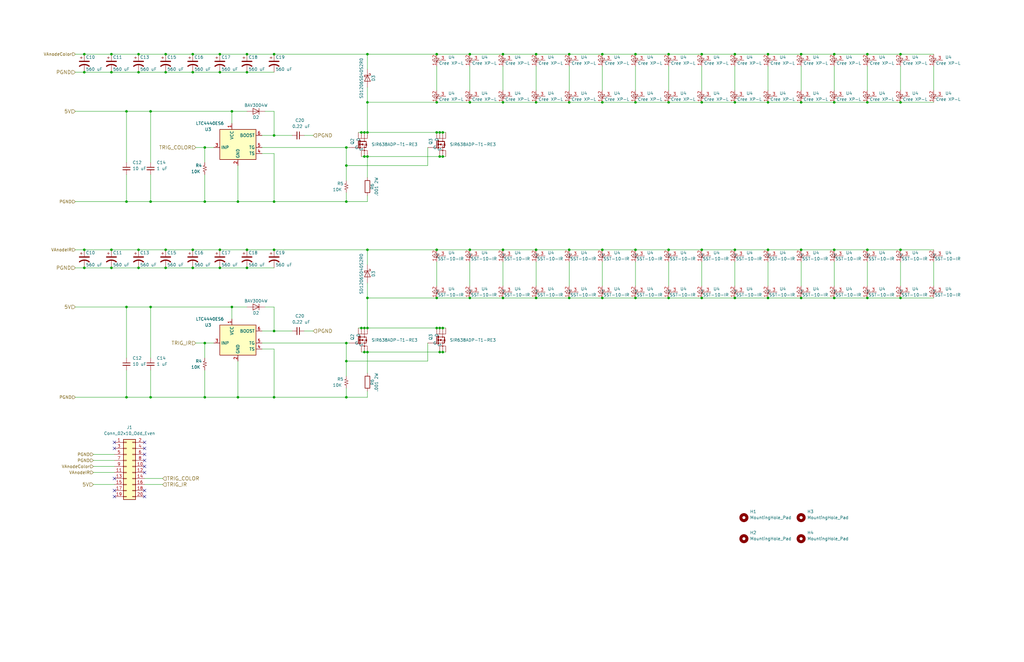
<source format=kicad_sch>
(kicad_sch (version 20230121) (generator eeschema)
  (paper "B")
  (junction (at 100.33 85.09))
  (junction (at 152.4 55.88))
  (junction (at 146.05 144.78))
  (junction (at 365.76 125.73))
  (junction (at 337.82 105.41))
  (junction (at 184.15 55.88))
  (junction (at 81.28 105.41))
  (junction (at 198.12 105.41))
  (junction (at 115.57 22.86))
  (junction (at 154.94 22.86))
  (junction (at 226.06 22.86))
  (junction (at 281.94 125.73))
  (junction (at 100.33 167.64))
  (junction (at 46.99 22.86))
  (junction (at 46.99 113.03))
  (junction (at 153.67 55.88))
  (junction (at 69.85 30.48))
  (junction (at 154.94 105.41))
  (junction (at 295.91 125.73))
  (junction (at 281.94 43.18))
  (junction (at 351.79 125.73))
  (junction (at 97.79 46.99))
  (junction (at 212.09 105.41))
  (junction (at 69.85 22.86))
  (junction (at 69.85 113.03))
  (junction (at 58.42 22.86))
  (junction (at 146.05 85.09))
  (junction (at 69.85 105.41))
  (junction (at 379.73 125.73))
  (junction (at 154.94 125.73))
  (junction (at 104.14 105.41))
  (junction (at 184.15 43.18))
  (junction (at 281.94 22.86))
  (junction (at 212.09 125.73))
  (junction (at 323.85 22.86))
  (junction (at 35.56 105.41))
  (junction (at 198.12 22.86))
  (junction (at 46.99 30.48))
  (junction (at 81.28 30.48))
  (junction (at 226.06 43.18))
  (junction (at 365.76 22.86))
  (junction (at 154.94 138.43))
  (junction (at 154.94 66.04))
  (junction (at 295.91 22.86))
  (junction (at 115.57 57.15))
  (junction (at 63.5 46.99))
  (junction (at 154.94 55.88))
  (junction (at 185.42 138.43))
  (junction (at 185.42 148.59))
  (junction (at 146.05 69.85))
  (junction (at 226.06 125.73))
  (junction (at 115.57 139.7))
  (junction (at 337.82 22.86))
  (junction (at 212.09 22.86))
  (junction (at 185.42 66.04))
  (junction (at 267.97 22.86))
  (junction (at 92.71 113.03))
  (junction (at 104.14 113.03))
  (junction (at 267.97 43.18))
  (junction (at 81.28 22.86))
  (junction (at 86.36 85.09))
  (junction (at 365.76 105.41))
  (junction (at 86.36 62.23))
  (junction (at 281.94 105.41))
  (junction (at 184.15 105.41))
  (junction (at 97.79 129.54))
  (junction (at 115.57 85.09))
  (junction (at 81.28 113.03))
  (junction (at 35.56 22.86))
  (junction (at 46.99 105.41))
  (junction (at 186.69 148.59))
  (junction (at 309.88 105.41))
  (junction (at 295.91 105.41))
  (junction (at 240.03 43.18))
  (junction (at 309.88 43.18))
  (junction (at 153.67 148.59))
  (junction (at 153.67 66.04))
  (junction (at 267.97 125.73))
  (junction (at 92.71 105.41))
  (junction (at 104.14 30.48))
  (junction (at 379.73 43.18))
  (junction (at 53.34 46.99))
  (junction (at 351.79 22.86))
  (junction (at 267.97 105.41))
  (junction (at 53.34 129.54))
  (junction (at 254 105.41))
  (junction (at 86.36 167.64))
  (junction (at 323.85 125.73))
  (junction (at 92.71 22.86))
  (junction (at 254 22.86))
  (junction (at 53.34 167.64))
  (junction (at 115.57 105.41))
  (junction (at 337.82 43.18))
  (junction (at 154.94 148.59))
  (junction (at 115.57 167.64))
  (junction (at 58.42 113.03))
  (junction (at 240.03 125.73))
  (junction (at 337.82 125.73))
  (junction (at 154.94 43.18))
  (junction (at 309.88 125.73))
  (junction (at 35.56 113.03))
  (junction (at 184.15 125.73))
  (junction (at 104.14 22.86))
  (junction (at 351.79 43.18))
  (junction (at 185.42 55.88))
  (junction (at 146.05 152.4))
  (junction (at 58.42 105.41))
  (junction (at 212.09 43.18))
  (junction (at 309.88 22.86))
  (junction (at 323.85 105.41))
  (junction (at 379.73 105.41))
  (junction (at 198.12 43.18))
  (junction (at 323.85 43.18))
  (junction (at 86.36 144.78))
  (junction (at 63.5 167.64))
  (junction (at 379.73 22.86))
  (junction (at 35.56 30.48))
  (junction (at 240.03 105.41))
  (junction (at 186.69 138.43))
  (junction (at 184.15 22.86))
  (junction (at 186.69 55.88))
  (junction (at 58.42 30.48))
  (junction (at 351.79 105.41))
  (junction (at 295.91 43.18))
  (junction (at 184.15 138.43))
  (junction (at 92.71 30.48))
  (junction (at 186.69 66.04))
  (junction (at 254 125.73))
  (junction (at 198.12 125.73))
  (junction (at 146.05 62.23))
  (junction (at 146.05 167.64))
  (junction (at 240.03 22.86))
  (junction (at 63.5 85.09))
  (junction (at 365.76 43.18))
  (junction (at 254 43.18))
  (junction (at 153.67 138.43))
  (junction (at 226.06 105.41))
  (junction (at 152.4 138.43))
  (junction (at 53.34 85.09))
  (junction (at 63.5 129.54))
  (no_connect (at 60.96 209.55))
  (no_connect (at 48.26 189.23))
  (no_connect (at 60.96 186.69))
  (no_connect (at 48.26 186.69))
  (no_connect (at 60.96 191.77))
  (no_connect (at 60.96 196.85))
  (no_connect (at 60.96 194.31))
  (no_connect (at 48.26 209.55))
  (no_connect (at 48.26 201.93))
  (no_connect (at 60.96 189.23))
  (no_connect (at 48.26 207.01))
  (no_connect (at 60.96 199.39))
  (no_connect (at 60.96 207.01))
  (wire (pts (xy 35.56 30.48) (xy 46.99 30.48)))
  (wire (pts (xy 323.85 22.86) (xy 337.82 22.86)))
  (wire (pts (xy 63.5 129.54) (xy 63.5 151.13)))
  (wire (pts (xy 104.14 129.54) (xy 97.79 129.54)))
  (wire (pts (xy 111.76 46.99) (xy 115.57 46.99)))
  (wire (pts (xy 31.75 46.99) (xy 53.34 46.99)))
  (wire (pts (xy 146.05 81.28) (xy 146.05 85.09)))
  (wire (pts (xy 82.55 144.78) (xy 86.36 144.78)))
  (wire (pts (xy 309.88 125.73) (xy 323.85 125.73)))
  (wire (pts (xy 323.85 125.73) (xy 337.82 125.73)))
  (wire (pts (xy 184.15 22.86) (xy 198.12 22.86)))
  (wire (pts (xy 154.94 43.18) (xy 154.94 55.88)))
  (wire (pts (xy 146.05 85.09) (xy 115.57 85.09)))
  (wire (pts (xy 323.85 110.49) (xy 323.85 120.65)))
  (wire (pts (xy 128.27 57.15) (xy 132.08 57.15)))
  (wire (pts (xy 35.56 113.03) (xy 46.99 113.03)))
  (wire (pts (xy 115.57 57.15) (xy 123.19 57.15)))
  (wire (pts (xy 53.34 73.66) (xy 53.34 85.09)))
  (wire (pts (xy 198.12 43.18) (xy 212.09 43.18)))
  (wire (pts (xy 31.75 30.48) (xy 35.56 30.48)))
  (wire (pts (xy 115.57 167.64) (xy 100.33 167.64)))
  (wire (pts (xy 281.94 43.18) (xy 295.91 43.18)))
  (wire (pts (xy 337.82 105.41) (xy 351.79 105.41)))
  (wire (pts (xy 323.85 43.18) (xy 337.82 43.18)))
  (wire (pts (xy 69.85 22.86) (xy 81.28 22.86)))
  (wire (pts (xy 180.34 144.78) (xy 180.34 152.4)))
  (wire (pts (xy 53.34 46.99) (xy 53.34 68.58)))
  (wire (pts (xy 97.79 129.54) (xy 97.79 134.62)))
  (wire (pts (xy 53.34 85.09) (xy 63.5 85.09)))
  (wire (pts (xy 337.82 43.18) (xy 351.79 43.18)))
  (wire (pts (xy 365.76 22.86) (xy 379.73 22.86)))
  (wire (pts (xy 111.76 129.54) (xy 115.57 129.54)))
  (wire (pts (xy 146.05 62.23) (xy 147.32 62.23)))
  (wire (pts (xy 104.14 46.99) (xy 97.79 46.99)))
  (wire (pts (xy 184.15 138.43) (xy 185.42 138.43)))
  (wire (pts (xy 198.12 110.49) (xy 198.12 120.65)))
  (wire (pts (xy 63.5 46.99) (xy 63.5 68.58)))
  (wire (pts (xy 254 125.73) (xy 267.97 125.73)))
  (wire (pts (xy 86.36 144.78) (xy 90.17 144.78)))
  (wire (pts (xy 240.03 43.18) (xy 254 43.18)))
  (wire (pts (xy 212.09 110.49) (xy 212.09 120.65)))
  (wire (pts (xy 365.76 43.18) (xy 379.73 43.18)))
  (wire (pts (xy 212.09 22.86) (xy 226.06 22.86)))
  (wire (pts (xy 81.28 105.41) (xy 92.71 105.41)))
  (wire (pts (xy 46.99 105.41) (xy 58.42 105.41)))
  (wire (pts (xy 115.57 22.86) (xy 154.94 22.86)))
  (wire (pts (xy 254 43.18) (xy 267.97 43.18)))
  (wire (pts (xy 337.82 125.73) (xy 351.79 125.73)))
  (wire (pts (xy 39.37 194.31) (xy 48.26 194.31)))
  (wire (pts (xy 63.5 129.54) (xy 97.79 129.54)))
  (wire (pts (xy 31.75 85.09) (xy 53.34 85.09)))
  (wire (pts (xy 152.4 148.59) (xy 153.67 148.59)))
  (wire (pts (xy 365.76 27.94) (xy 365.76 38.1)))
  (wire (pts (xy 69.85 30.48) (xy 81.28 30.48)))
  (wire (pts (xy 184.15 43.18) (xy 198.12 43.18)))
  (wire (pts (xy 365.76 110.49) (xy 365.76 120.65)))
  (wire (pts (xy 267.97 125.73) (xy 281.94 125.73)))
  (wire (pts (xy 281.94 125.73) (xy 295.91 125.73)))
  (wire (pts (xy 81.28 22.86) (xy 92.71 22.86)))
  (wire (pts (xy 31.75 105.41) (xy 35.56 105.41)))
  (wire (pts (xy 115.57 129.54) (xy 115.57 139.7)))
  (wire (pts (xy 323.85 105.41) (xy 337.82 105.41)))
  (wire (pts (xy 115.57 64.77) (xy 115.57 85.09)))
  (wire (pts (xy 97.79 46.99) (xy 97.79 52.07)))
  (wire (pts (xy 146.05 69.85) (xy 180.34 69.85)))
  (wire (pts (xy 185.42 66.04) (xy 186.69 66.04)))
  (wire (pts (xy 153.67 138.43) (xy 154.94 138.43)))
  (wire (pts (xy 60.96 204.47) (xy 68.58 204.47)))
  (wire (pts (xy 151.13 55.88) (xy 152.4 55.88)))
  (wire (pts (xy 146.05 167.64) (xy 115.57 167.64)))
  (wire (pts (xy 184.15 105.41) (xy 198.12 105.41)))
  (wire (pts (xy 198.12 27.94) (xy 198.12 38.1)))
  (wire (pts (xy 295.91 27.94) (xy 295.91 38.1)))
  (wire (pts (xy 152.4 66.04) (xy 153.67 66.04)))
  (wire (pts (xy 46.99 30.48) (xy 58.42 30.48)))
  (wire (pts (xy 153.67 55.88) (xy 154.94 55.88)))
  (wire (pts (xy 53.34 167.64) (xy 63.5 167.64)))
  (wire (pts (xy 86.36 144.78) (xy 86.36 151.13)))
  (wire (pts (xy 379.73 110.49) (xy 379.73 120.65)))
  (wire (pts (xy 104.14 113.03) (xy 115.57 113.03)))
  (wire (pts (xy 226.06 43.18) (xy 240.03 43.18)))
  (wire (pts (xy 198.12 22.86) (xy 212.09 22.86)))
  (wire (pts (xy 53.34 129.54) (xy 53.34 151.13)))
  (wire (pts (xy 128.27 139.7) (xy 132.08 139.7)))
  (wire (pts (xy 323.85 27.94) (xy 323.85 38.1)))
  (wire (pts (xy 115.57 46.99) (xy 115.57 57.15)))
  (wire (pts (xy 267.97 22.86) (xy 281.94 22.86)))
  (wire (pts (xy 154.94 43.18) (xy 184.15 43.18)))
  (wire (pts (xy 58.42 30.48) (xy 69.85 30.48)))
  (wire (pts (xy 240.03 27.94) (xy 240.03 38.1)))
  (wire (pts (xy 86.36 62.23) (xy 90.17 62.23)))
  (wire (pts (xy 184.15 110.49) (xy 184.15 120.65)))
  (wire (pts (xy 86.36 73.66) (xy 86.36 85.09)))
  (wire (pts (xy 351.79 125.73) (xy 365.76 125.73)))
  (wire (pts (xy 337.82 110.49) (xy 337.82 120.65)))
  (wire (pts (xy 337.82 22.86) (xy 351.79 22.86)))
  (wire (pts (xy 379.73 27.94) (xy 379.73 38.1)))
  (wire (pts (xy 254 105.41) (xy 267.97 105.41)))
  (wire (pts (xy 100.33 152.4) (xy 100.33 167.64)))
  (wire (pts (xy 154.94 105.41) (xy 154.94 111.76)))
  (wire (pts (xy 198.12 105.41) (xy 212.09 105.41)))
  (wire (pts (xy 351.79 43.18) (xy 365.76 43.18)))
  (wire (pts (xy 309.88 27.94) (xy 309.88 38.1)))
  (wire (pts (xy 69.85 113.03) (xy 81.28 113.03)))
  (wire (pts (xy 154.94 138.43) (xy 184.15 138.43)))
  (wire (pts (xy 267.97 27.94) (xy 267.97 38.1)))
  (wire (pts (xy 146.05 163.83) (xy 146.05 167.64)))
  (wire (pts (xy 365.76 105.41) (xy 379.73 105.41)))
  (wire (pts (xy 254 27.94) (xy 254 38.1)))
  (wire (pts (xy 104.14 105.41) (xy 115.57 105.41)))
  (wire (pts (xy 39.37 196.85) (xy 48.26 196.85)))
  (wire (pts (xy 63.5 85.09) (xy 86.36 85.09)))
  (wire (pts (xy 184.15 125.73) (xy 198.12 125.73)))
  (wire (pts (xy 58.42 22.86) (xy 69.85 22.86)))
  (wire (pts (xy 198.12 125.73) (xy 212.09 125.73)))
  (wire (pts (xy 58.42 113.03) (xy 69.85 113.03)))
  (wire (pts (xy 393.7 110.49) (xy 393.7 120.65)))
  (wire (pts (xy 295.91 110.49) (xy 295.91 120.65)))
  (wire (pts (xy 379.73 43.18) (xy 393.7 43.18)))
  (wire (pts (xy 63.5 73.66) (xy 63.5 85.09)))
  (wire (pts (xy 254 22.86) (xy 267.97 22.86)))
  (wire (pts (xy 146.05 62.23) (xy 146.05 69.85)))
  (wire (pts (xy 351.79 105.41) (xy 365.76 105.41)))
  (wire (pts (xy 151.13 138.43) (xy 152.4 138.43)))
  (wire (pts (xy 152.4 138.43) (xy 153.67 138.43)))
  (wire (pts (xy 154.94 66.04) (xy 185.42 66.04)))
  (wire (pts (xy 295.91 105.41) (xy 309.88 105.41)))
  (wire (pts (xy 295.91 43.18) (xy 309.88 43.18)))
  (wire (pts (xy 267.97 105.41) (xy 281.94 105.41)))
  (wire (pts (xy 240.03 125.73) (xy 254 125.73)))
  (wire (pts (xy 153.67 66.04) (xy 154.94 66.04)))
  (wire (pts (xy 309.88 105.41) (xy 323.85 105.41)))
  (wire (pts (xy 92.71 22.86) (xy 104.14 22.86)))
  (wire (pts (xy 212.09 43.18) (xy 226.06 43.18)))
  (wire (pts (xy 186.69 148.59) (xy 187.96 148.59)))
  (wire (pts (xy 58.42 105.41) (xy 69.85 105.41)))
  (wire (pts (xy 184.15 27.94) (xy 184.15 38.1)))
  (wire (pts (xy 154.94 85.09) (xy 146.05 85.09)))
  (wire (pts (xy 39.37 199.39) (xy 48.26 199.39)))
  (wire (pts (xy 53.34 129.54) (xy 63.5 129.54)))
  (wire (pts (xy 110.49 62.23) (xy 146.05 62.23)))
  (wire (pts (xy 31.75 113.03) (xy 35.56 113.03)))
  (wire (pts (xy 240.03 105.41) (xy 254 105.41)))
  (wire (pts (xy 53.34 46.99) (xy 63.5 46.99)))
  (wire (pts (xy 60.96 201.93) (xy 68.58 201.93)))
  (wire (pts (xy 154.94 148.59) (xy 154.94 157.48)))
  (wire (pts (xy 154.94 167.64) (xy 146.05 167.64)))
  (wire (pts (xy 180.34 62.23) (xy 180.34 69.85)))
  (wire (pts (xy 351.79 27.94) (xy 351.79 38.1)))
  (wire (pts (xy 309.88 22.86) (xy 323.85 22.86)))
  (wire (pts (xy 154.94 36.83) (xy 154.94 43.18)))
  (wire (pts (xy 63.5 156.21) (xy 63.5 167.64)))
  (wire (pts (xy 86.36 62.23) (xy 86.36 68.58)))
  (wire (pts (xy 281.94 27.94) (xy 281.94 38.1)))
  (wire (pts (xy 240.03 110.49) (xy 240.03 120.65)))
  (wire (pts (xy 154.94 105.41) (xy 184.15 105.41)))
  (wire (pts (xy 351.79 22.86) (xy 365.76 22.86)))
  (wire (pts (xy 110.49 147.32) (xy 115.57 147.32)))
  (wire (pts (xy 185.42 148.59) (xy 186.69 148.59)))
  (wire (pts (xy 154.94 66.04) (xy 154.94 74.93)))
  (wire (pts (xy 81.28 30.48) (xy 92.71 30.48)))
  (wire (pts (xy 154.94 125.73) (xy 184.15 125.73)))
  (wire (pts (xy 86.36 167.64) (xy 100.33 167.64)))
  (wire (pts (xy 212.09 105.41) (xy 226.06 105.41)))
  (wire (pts (xy 186.69 138.43) (xy 187.96 138.43)))
  (wire (pts (xy 110.49 57.15) (xy 115.57 57.15)))
  (wire (pts (xy 39.37 191.77) (xy 48.26 191.77)))
  (wire (pts (xy 212.09 125.73) (xy 226.06 125.73)))
  (wire (pts (xy 39.37 204.47) (xy 48.26 204.47)))
  (wire (pts (xy 226.06 125.73) (xy 240.03 125.73)))
  (wire (pts (xy 185.42 138.43) (xy 186.69 138.43)))
  (wire (pts (xy 154.94 22.86) (xy 154.94 29.21)))
  (wire (pts (xy 379.73 125.73) (xy 393.7 125.73)))
  (wire (pts (xy 46.99 22.86) (xy 58.42 22.86)))
  (wire (pts (xy 53.34 156.21) (xy 53.34 167.64)))
  (wire (pts (xy 92.71 30.48) (xy 104.14 30.48)))
  (wire (pts (xy 81.28 113.03) (xy 92.71 113.03)))
  (wire (pts (xy 110.49 144.78) (xy 146.05 144.78)))
  (wire (pts (xy 154.94 55.88) (xy 184.15 55.88)))
  (wire (pts (xy 267.97 43.18) (xy 281.94 43.18)))
  (wire (pts (xy 146.05 69.85) (xy 146.05 76.2)))
  (wire (pts (xy 115.57 85.09) (xy 100.33 85.09)))
  (wire (pts (xy 31.75 167.64) (xy 53.34 167.64)))
  (wire (pts (xy 92.71 113.03) (xy 104.14 113.03)))
  (wire (pts (xy 100.33 69.85) (xy 100.33 85.09)))
  (wire (pts (xy 186.69 55.88) (xy 187.96 55.88)))
  (wire (pts (xy 309.88 110.49) (xy 309.88 120.65)))
  (wire (pts (xy 35.56 105.41) (xy 46.99 105.41)))
  (wire (pts (xy 104.14 30.48) (xy 115.57 30.48)))
  (wire (pts (xy 379.73 22.86) (xy 393.7 22.86)))
  (wire (pts (xy 82.55 62.23) (xy 86.36 62.23)))
  (wire (pts (xy 186.69 66.04) (xy 187.96 66.04)))
  (wire (pts (xy 281.94 22.86) (xy 295.91 22.86)))
  (wire (pts (xy 35.56 22.86) (xy 46.99 22.86)))
  (wire (pts (xy 115.57 147.32) (xy 115.57 167.64)))
  (wire (pts (xy 115.57 139.7) (xy 123.19 139.7)))
  (wire (pts (xy 309.88 43.18) (xy 323.85 43.18)))
  (wire (pts (xy 281.94 105.41) (xy 295.91 105.41)))
  (wire (pts (xy 146.05 152.4) (xy 180.34 152.4)))
  (wire (pts (xy 31.75 129.54) (xy 53.34 129.54)))
  (wire (pts (xy 365.76 125.73) (xy 379.73 125.73)))
  (wire (pts (xy 154.94 125.73) (xy 154.94 138.43)))
  (wire (pts (xy 254 110.49) (xy 254 120.65)))
  (wire (pts (xy 240.03 22.86) (xy 254 22.86)))
  (wire (pts (xy 110.49 139.7) (xy 115.57 139.7)))
  (wire (pts (xy 379.73 105.41) (xy 393.7 105.41)))
  (wire (pts (xy 154.94 148.59) (xy 185.42 148.59)))
  (wire (pts (xy 226.06 105.41) (xy 240.03 105.41)))
  (wire (pts (xy 154.94 22.86) (xy 184.15 22.86)))
  (wire (pts (xy 154.94 119.38) (xy 154.94 125.73)))
  (wire (pts (xy 267.97 110.49) (xy 267.97 120.65)))
  (wire (pts (xy 226.06 110.49) (xy 226.06 120.65)))
  (wire (pts (xy 146.05 144.78) (xy 146.05 152.4)))
  (wire (pts (xy 337.82 27.94) (xy 337.82 38.1)))
  (wire (pts (xy 92.71 105.41) (xy 104.14 105.41)))
  (wire (pts (xy 185.42 55.88) (xy 186.69 55.88)))
  (wire (pts (xy 295.91 125.73) (xy 309.88 125.73)))
  (wire (pts (xy 110.49 64.77) (xy 115.57 64.77)))
  (wire (pts (xy 46.99 113.03) (xy 58.42 113.03)))
  (wire (pts (xy 86.36 85.09) (xy 100.33 85.09)))
  (wire (pts (xy 63.5 46.99) (xy 97.79 46.99)))
  (wire (pts (xy 63.5 167.64) (xy 86.36 167.64)))
  (wire (pts (xy 212.09 27.94) (xy 212.09 38.1)))
  (wire (pts (xy 86.36 156.21) (xy 86.36 167.64)))
  (wire (pts (xy 146.05 144.78) (xy 147.32 144.78)))
  (wire (pts (xy 104.14 22.86) (xy 115.57 22.86)))
  (wire (pts (xy 69.85 105.41) (xy 81.28 105.41)))
  (wire (pts (xy 295.91 22.86) (xy 309.88 22.86)))
  (wire (pts (xy 393.7 27.94) (xy 393.7 38.1)))
  (wire (pts (xy 31.75 22.86) (xy 35.56 22.86)))
  (wire (pts (xy 226.06 27.94) (xy 226.06 38.1)))
  (wire (pts (xy 154.94 165.1) (xy 154.94 167.64)))
  (wire (pts (xy 154.94 82.55) (xy 154.94 85.09)))
  (wire (pts (xy 153.67 148.59) (xy 154.94 148.59)))
  (wire (pts (xy 146.05 152.4) (xy 146.05 158.75)))
  (wire (pts (xy 115.57 105.41) (xy 154.94 105.41)))
  (wire (pts (xy 281.94 110.49) (xy 281.94 120.65)))
  (wire (pts (xy 226.06 22.86) (xy 240.03 22.86)))
  (wire (pts (xy 351.79 110.49) (xy 351.79 120.65)))
  (wire (pts (xy 152.4 55.88) (xy 153.67 55.88)))
  (wire (pts (xy 184.15 55.88) (xy 185.42 55.88)))
  (hierarchical_label "5V" (shape input) (at 31.75 46.99 180) (effects (font (size 1.524 1.524))))
  (hierarchical_label "PGND" (shape input) (at 31.75 85.09 180))
  (hierarchical_label "5V" (shape input) (at 31.75 129.54 180) (effects (font (size 1.524 1.524))))
  (hierarchical_label "TRIG_IR" (shape input) (at 82.55 144.78 180) (effects (font (size 1.524 1.524))))
  (hierarchical_label "VAnodeColor" (shape input) (at 31.75 22.86 180))
  (hierarchical_label "PGND" (shape input) (at 39.37 194.31 180))
  (hierarchical_label "PGND" (shape input) (at 31.75 113.03 180) (effects (font (size 1.524 1.524))))
  (hierarchical_label "VAnodeIR" (shape input) (at 39.37 199.39 180))
  (hierarchical_label "5V" (shape input) (at 39.37 204.47 180) (effects (font (size 1.524 1.524))))
  (hierarchical_label "VAnodeColor" (shape input) (at 39.37 196.85 180))
  (hierarchical_label "VAnodeIR" (shape input) (at 31.75 105.41 180))
  (hierarchical_label "PGND" (shape input) (at 31.75 167.64 180))
  (hierarchical_label "PGND" (shape input) (at 132.08 139.7 0) (effects (font (size 1.524 1.524))))
  (hierarchical_label "PGND" (shape input) (at 39.37 191.77 180))
  (hierarchical_label "PGND" (shape input) (at 31.75 30.48 180) (effects (font (size 1.524 1.524))))
  (hierarchical_label "TRIG_COLOR" (shape input) (at 82.55 62.23 180) (effects (font (size 1.524 1.524))))
  (hierarchical_label "TRIG_COLOR" (shape input) (at 68.58 201.93 0) (effects (font (size 1.524 1.524))))
  (hierarchical_label "TRIG_IR" (shape input) (at 68.58 204.47 0) (effects (font (size 1.524 1.524))))
  (hierarchical_label "PGND" (shape input) (at 132.08 57.15 0) (effects (font (size 1.524 1.524))))
  (symbol (lib_id "ProjectDevices:Cree_XE_G") (at 309.88 40.64 270) (unit 1)
    (property "Reference" "U4" (at 317.5 39.37 90) (effects (justify right)))
    (property "Value" "Cree XP-L" (at 321.31 41.91 90) (effects (justify right)))
    (property "Footprint" "ProjectFootprints:Cree_XP-L_HI-vias-4" (effects hide))
    (property "Datasheet" "https://www.mouser.com/datasheet/2/723/XLamp_XPL-3401564.pdf" (effects hide))
    (property "Part Number" "941-XPLAWT0000UU30E7" (effects hide))
    (property "Supplier" "Mouser" (effects hide))
    (property "Link" "https://www.mouser.com/ProductDetail/Cree-LED/XPLAWT-00-0000-000UU30E7?qs=sGAEpiMZZMuCm2JlHBGefhlKgvu0rJfJOxyHimDJJGjYQDiAKG%252BqqA%3D%3D" (effects hide))
    (instances (project "System-Controller" (path "" (reference "U4") (unit 1)) (path "" (reference "U42") (unit 1))))
  )
  (symbol (lib_id "CBT-140-Control-rescue:CP1") (at 92.71 109.22 0) (unit 1)
    (property "Reference" "C17" (at 93.345 106.68 0) (effects (justify left)))
    (property "Value" "560 uF" (at 93.345 111.76 0) (effects (justify left)))
    (property "Footprint" "Capacitor_SMD:CP_Elec_8x11.9" (effects hide))
    (property "Datasheet" "https://industrial.panasonic.com/ww/products/pt/os-con/models/16SVPF560M" (effects hide))
    (property "Part Number" "P16481TR-ND" (effects hide))
    (property "Supplier" "Digikey" (effects hide))
    (property "Link" "https://www.digikey.com/en/products/detail/panasonic-electronic-components/16SVPF560M/4204813" (effects hide))
    (instances (project "System-Controller" (path "" (reference "C17") (unit 1)) (path "" (reference "C25") (unit 1))))
  )
  (symbol (lib_id "ProjectDevices:Cree_XE_G") (at 198.12 25.4 270) (unit 1)
    (property "Reference" "U4" (at 205.74 24.13 90) (effects (justify right)))
    (property "Value" "Cree XP-L" (at 209.55 26.67 90) (effects (justify right)))
    (property "Footprint" "ProjectFootprints:Cree_XP-L_HI-vias-4" (effects hide))
    (property "Datasheet" "https://www.mouser.com/datasheet/2/723/XLamp_XPL-3401564.pdf" (effects hide))
    (property "Part Number" "941-XPLAWT0000UU30E7" (effects hide))
    (property "Supplier" "Mouser" (effects hide))
    (property "Link" "https://www.mouser.com/ProductDetail/Cree-LED/XPLAWT-00-0000-000UU30E7?qs=sGAEpiMZZMuCm2JlHBGefhlKgvu0rJfJOxyHimDJJGjYQDiAKG%252BqqA%3D%3D" (effects hide))
    (instances (project "System-Controller" (path "" (reference "U4") (unit 1)) (path "" (reference "U9") (unit 1))))
  )
  (symbol (lib_name "Cree_XE_G_1") (lib_id "ProjectDevices:Cree_XE_G") (at 351.79 107.95 270) (unit 1)
    (property "Reference" "U4" (at 359.41 106.68 90) (effects (justify right)))
    (property "Value" "SST-10-IR" (at 363.22 109.22 90) (effects (justify right)))
    (property "Footprint" "ProjectFootprints:SST-10-IR" (effects hide))
    (property "Datasheet" "https://www.mouser.com/datasheet/2/245/Luminus_SST_10_IRD_810_Datasheet-1650643.pdf" (effects hide))
    (property "Part Number" "896-SST10IRDB90HS81" (effects hide))
    (property "Supplier" "Mouser" (effects hide))
    (property "Link" "https://www.mouser.com/ProductDetail/Luminus-Devices/SST-10-IRD-B90H-S810?qs=DPoM0jnrROWQ6USSKCTjjA%3D%3D" (effects hide))
    (instances (project "System-Controller" (path "" (reference "U4") (unit 1)) (path "" (reference "U55") (unit 1))))
  )
  (symbol (lib_id "CBT-140-Control-rescue:CP1") (at 115.57 109.22 0) (unit 1)
    (property "Reference" "C19" (at 116.205 106.68 0) (effects (justify left)))
    (property "Value" "560 uF" (at 116.205 111.76 0) (effects (justify left)))
    (property "Footprint" "Capacitor_SMD:CP_Elec_8x11.9" (effects hide))
    (property "Datasheet" "https://industrial.panasonic.com/ww/products/pt/os-con/models/16SVPF560M" (effects hide))
    (property "Part Number" "P16481TR-ND" (effects hide))
    (property "Supplier" "Digikey" (effects hide))
    (property "Link" "https://www.digikey.com/en/products/detail/panasonic-electronic-components/16SVPF560M/4204813" (effects hide))
    (instances (project "System-Controller" (path "" (reference "C19") (unit 1)) (path "" (reference "C29") (unit 1))))
  )
  (symbol (lib_name "Cree_XE_G_1") (lib_id "ProjectDevices:Cree_XE_G") (at 267.97 107.95 270) (unit 1)
    (property "Reference" "U4" (at 275.59 106.68 90) (effects (justify right)))
    (property "Value" "SST-10-IR" (at 279.4 109.22 90) (effects (justify right)))
    (property "Footprint" "ProjectFootprints:SST-10-IR" (effects hide))
    (property "Datasheet" "https://www.mouser.com/datasheet/2/245/Luminus_SST_10_IRD_810_Datasheet-1650643.pdf" (effects hide))
    (property "Part Number" "896-SST10IRDB90HS81" (effects hide))
    (property "Supplier" "Mouser" (effects hide))
    (property "Link" "https://www.mouser.com/ProductDetail/Luminus-Devices/SST-10-IRD-B90H-S810?qs=DPoM0jnrROWQ6USSKCTjjA%3D%3D" (effects hide))
    (instances (project "System-Controller" (path "" (reference "U4") (unit 1)) (path "" (reference "U31") (unit 1))))
  )
  (symbol (lib_id "Dual-Mag-Camera-Control-rescue:Resistor_small-SPC-Control-rescue-DeathStar-rescue-BUMP-Control-rescue") (at 86.36 153.67 0) (unit 1)
    (property "Reference" "R4" (at 83.82 152.4 0))
    (property "Value" "10K" (at 82.55 154.94 0))
    (property "Footprint" "Resistor_SMD:R_0603_1608Metric" (effects hide))
    (property "Datasheet" "https://www.yageo.com/upload/media/product/productsearch/datasheet/rchip/PYu-AC_51_RoHS_L_9.pdf" (effects hide))
    (property "Part Number" "311-10KLDCT-ND" (effects hide))
    (property "Supplier" "Digikey" (effects hide))
    (property "Link" "https://www.digikey.com/en/products/detail/yageo/AC0603FR-0710KL/2827814" (effects hide))
    (instances (project "System-Controller" (path "" (reference "R4") (unit 1)) (path "" (reference "R5") (unit 1))))
  )
  (symbol (lib_name "Cree_XE_G_1") (lib_id "ProjectDevices:Cree_XE_G") (at 295.91 107.95 270) (unit 1)
    (property "Reference" "U4" (at 303.53 106.68 90) (effects (justify right)))
    (property "Value" "SST-10-IR" (at 307.34 109.22 90) (effects (justify right)))
    (property "Footprint" "ProjectFootprints:SST-10-IR" (effects hide))
    (property "Datasheet" "https://www.mouser.com/datasheet/2/245/Luminus_SST_10_IRD_810_Datasheet-1650643.pdf" (effects hide))
    (property "Part Number" "896-SST10IRDB90HS81" (effects hide))
    (property "Supplier" "Mouser" (effects hide))
    (property "Link" "https://www.mouser.com/ProductDetail/Luminus-Devices/SST-10-IRD-B90H-S810?qs=DPoM0jnrROWQ6USSKCTjjA%3D%3D" (effects hide))
    (instances (project "System-Controller" (path "" (reference "U4") (unit 1)) (path "" (reference "U39") (unit 1))))
  )
  (symbol (lib_name "Cree_XE_G_1") (lib_id "ProjectDevices:Cree_XE_G") (at 254 123.19 270) (unit 1)
    (property "Reference" "U4" (at 261.62 121.92 90) (effects (justify right)))
    (property "Value" "SST-10-IR" (at 265.43 124.46 90) (effects (justify right)))
    (property "Footprint" "ProjectFootprints:SST-10-IR" (effects hide))
    (property "Datasheet" "https://www.mouser.com/datasheet/2/245/Luminus_SST_10_IRD_810_Datasheet-1650643.pdf" (effects hide))
    (property "Part Number" "896-SST10IRDB90HS81" (effects hide))
    (property "Supplier" "Mouser" (effects hide))
    (property "Link" "https://www.mouser.com/ProductDetail/Luminus-Devices/SST-10-IRD-B90H-S810?qs=DPoM0jnrROWQ6USSKCTjjA%3D%3D" (effects hide))
    (instances (project "System-Controller" (path "" (reference "U4") (unit 1)) (path "" (reference "U28") (unit 1))))
  )
  (symbol (lib_id "CBT-140-Control-rescue:CP1") (at 81.28 109.22 0) (unit 1)
    (property "Reference" "C16" (at 81.915 106.68 0) (effects (justify left)))
    (property "Value" "560 uF" (at 81.915 111.76 0) (effects (justify left)))
    (property "Footprint" "Capacitor_SMD:CP_Elec_8x11.9" (effects hide))
    (property "Datasheet" "https://industrial.panasonic.com/ww/products/pt/os-con/models/16SVPF560M" (effects hide))
    (property "Part Number" "P16481TR-ND" (effects hide))
    (property "Supplier" "Digikey" (effects hide))
    (property "Link" "https://www.digikey.com/en/products/detail/panasonic-electronic-components/16SVPF560M/4204813" (effects hide))
    (instances (project "System-Controller" (path "" (reference "C16") (unit 1)) (path "" (reference "C23") (unit 1))))
  )
  (symbol (lib_id "ProjectDevices:Cree_XE_G") (at 212.09 25.4 270) (unit 1)
    (property "Reference" "U4" (at 219.71 24.13 90) (effects (justify right)))
    (property "Value" "Cree XP-L" (at 223.52 26.67 90) (effects (justify right)))
    (property "Footprint" "ProjectFootprints:Cree_XP-L_HI-vias-4" (effects hide))
    (property "Datasheet" "https://www.mouser.com/datasheet/2/723/XLamp_XPL-3401564.pdf" (effects hide))
    (property "Part Number" "941-XPLAWT0000UU30E7" (effects hide))
    (property "Supplier" "Mouser" (effects hide))
    (property "Link" "https://www.mouser.com/ProductDetail/Cree-LED/XPLAWT-00-0000-000UU30E7?qs=sGAEpiMZZMuCm2JlHBGefhlKgvu0rJfJOxyHimDJJGjYQDiAKG%252BqqA%3D%3D" (effects hide))
    (instances (project "System-Controller" (path "" (reference "U4") (unit 1)) (path "" (reference "U13") (unit 1))))
  )
  (symbol (lib_id "ProjectDevices:Cree_XE_G") (at 351.79 40.64 270) (unit 1)
    (property "Reference" "U4" (at 359.41 39.37 90) (effects (justify right)))
    (property "Value" "Cree XP-L" (at 363.22 41.91 90) (effects (justify right)))
    (property "Footprint" "ProjectFootprints:Cree_XP-L_HI-vias-4" (effects hide))
    (property "Datasheet" "https://www.mouser.com/datasheet/2/723/XLamp_XPL-3401564.pdf" (effects hide))
    (property "Part Number" "941-XPLAWT0000UU30E7" (effects hide))
    (property "Supplier" "Mouser" (effects hide))
    (property "Link" "https://www.mouser.com/ProductDetail/Cree-LED/XPLAWT-00-0000-000UU30E7?qs=sGAEpiMZZMuCm2JlHBGefhlKgvu0rJfJOxyHimDJJGjYQDiAKG%252BqqA%3D%3D" (effects hide))
    (instances (project "System-Controller" (path "" (reference "U4") (unit 1)) (path "" (reference "U54") (unit 1))))
  )
  (symbol (lib_id "CBT-140-Control-rescue:C_Small") (at 125.73 139.7 270) (unit 1)
    (property "Reference" "C20" (at 124.46 133.35 90) (effects (justify left)))
    (property "Value" "0.22 uF" (at 123.19 135.89 90) (effects (justify left)))
    (property "Footprint" "Capacitor_SMD:C_0603_1608Metric" (effects hide))
    (property "Datasheet" "http://search.murata.co.jp/Ceramy/image/img/A01X/G101/ENG/GCJ188R71H224KA01-01.pdf" (effects hide))
    (property "Part Number" "490-14410-1-ND" (effects hide))
    (property "Supplier" "Digikey" (effects hide))
    (property "Link" "https://www.digikey.com/product-detail/en/murata-electronics-north-america/GCJ188R71H224KA01D/490-14410-1-ND/6606871" (effects hide))
    (instances (project "System-Controller" (path "" (reference "C20") (unit 1)) (path "" (reference "C31") (unit 1))))
  )
  (symbol (lib_id "ProjectDevices:Cree_XE_G") (at 212.09 40.64 270) (unit 1)
    (property "Reference" "U4" (at 219.71 39.37 90) (effects (justify right)))
    (property "Value" "Cree XP-L" (at 223.52 41.91 90) (effects (justify right)))
    (property "Footprint" "ProjectFootprints:Cree_XP-L_HI-vias-4" (effects hide))
    (property "Datasheet" "https://www.mouser.com/datasheet/2/723/XLamp_XPL-3401564.pdf" (effects hide))
    (property "Part Number" "941-XPLAWT0000UU30E7" (effects hide))
    (property "Supplier" "Mouser" (effects hide))
    (property "Link" "https://www.mouser.com/ProductDetail/Cree-LED/XPLAWT-00-0000-000UU30E7?qs=sGAEpiMZZMuCm2JlHBGefhlKgvu0rJfJOxyHimDJJGjYQDiAKG%252BqqA%3D%3D" (effects hide))
    (instances (project "System-Controller" (path "" (reference "U4") (unit 1)) (path "" (reference "U14") (unit 1))))
  )
  (symbol (lib_id "ProjectDevices:Cree_XE_G") (at 323.85 25.4 270) (unit 1)
    (property "Reference" "U4" (at 331.47 24.13 90) (effects (justify right)))
    (property "Value" "Cree XP-L" (at 335.28 26.67 90) (effects (justify right)))
    (property "Footprint" "ProjectFootprints:Cree_XP-L_HI-vias-4" (effects hide))
    (property "Datasheet" "https://www.mouser.com/datasheet/2/723/XLamp_XPL-3401564.pdf" (effects hide))
    (property "Part Number" "941-XPLAWT0000UU30E7" (effects hide))
    (property "Supplier" "Mouser" (effects hide))
    (property "Link" "https://www.mouser.com/ProductDetail/Cree-LED/XPLAWT-00-0000-000UU30E7?qs=sGAEpiMZZMuCm2JlHBGefhlKgvu0rJfJOxyHimDJJGjYQDiAKG%252BqqA%3D%3D" (effects hide))
    (instances (project "System-Controller" (path "" (reference "U4") (unit 1)) (path "" (reference "U45") (unit 1))))
  )
  (symbol (lib_id "ProjectDevices:Cree_XE_G") (at 226.06 40.64 270) (unit 1)
    (property "Reference" "U4" (at 233.68 39.37 90) (effects (justify right)))
    (property "Value" "Cree XP-L" (at 237.49 41.91 90) (effects (justify right)))
    (property "Footprint" "ProjectFootprints:Cree_XP-L_HI-vias-4" (effects hide))
    (property "Datasheet" "https://www.mouser.com/datasheet/2/723/XLamp_XPL-3401564.pdf" (effects hide))
    (property "Part Number" "941-XPLAWT0000UU30E7" (effects hide))
    (property "Supplier" "Mouser" (effects hide))
    (property "Link" "https://www.mouser.com/ProductDetail/Cree-LED/XPLAWT-00-0000-000UU30E7?qs=sGAEpiMZZMuCm2JlHBGefhlKgvu0rJfJOxyHimDJJGjYQDiAKG%252BqqA%3D%3D" (effects hide))
    (instances (project "System-Controller" (path "" (reference "U4") (unit 1)) (path "" (reference "U18") (unit 1))))
  )
  (symbol (lib_id "Connector_Generic:Conn_02x10_Odd_Even") (at 53.34 196.85 0) (unit 1)
    (property "Reference" "J1" (at 54.61 180.34 0))
    (property "Value" "Conn_02x10_Odd_Even" (at 54.61 182.88 0))
    (property "Footprint" "Connector_PinHeader_2.54mm:PinHeader_2x10_P2.54mm_Vertical" (effects hide))
  )
  (symbol (lib_id "Dual-Mag-Camera-Control-rescue:Resistor_small-SPC-Control-rescue-DeathStar-rescue-BUMP-Control-rescue") (at 86.36 71.12 0) (unit 1)
    (property "Reference" "R4" (at 83.82 69.85 0))
    (property "Value" "10K" (at 82.55 72.39 0))
    (property "Footprint" "Resistor_SMD:R_0603_1608Metric" (effects hide))
    (property "Datasheet" "https://www.yageo.com/upload/media/product/productsearch/datasheet/rchip/PYu-AC_51_RoHS_L_9.pdf" (effects hide))
    (property "Part Number" "311-10KLDCT-ND" (effects hide))
    (property "Supplier" "Digikey" (effects hide))
    (property "Link" "https://www.digikey.com/en/products/detail/yageo/AC0603FR-0710KL/2827814" (effects hide))
  )
  (symbol (lib_id "ProjectDevices:Cree_XE_G") (at 267.97 25.4 270) (unit 1)
    (property "Reference" "U4" (at 275.59 24.13 90) (effects (justify right)))
    (property "Value" "Cree XP-L" (at 279.4 26.67 90) (effects (justify right)))
    (property "Footprint" "ProjectFootprints:Cree_XP-L_HI-vias-4" (effects hide))
    (property "Datasheet" "https://www.mouser.com/datasheet/2/723/XLamp_XPL-3401564.pdf" (effects hide))
    (property "Part Number" "941-XPLAWT0000UU30E7" (effects hide))
    (property "Supplier" "Mouser" (effects hide))
    (property "Link" "https://www.mouser.com/ProductDetail/Cree-LED/XPLAWT-00-0000-000UU30E7?qs=sGAEpiMZZMuCm2JlHBGefhlKgvu0rJfJOxyHimDJJGjYQDiAKG%252BqqA%3D%3D" (effects hide))
    (instances (project "System-Controller" (path "" (reference "U4") (unit 1)) (path "" (reference "U29") (unit 1))))
  )
  (symbol (lib_name "Cree_XE_G_1") (lib_id "ProjectDevices:Cree_XE_G") (at 198.12 107.95 270) (unit 1)
    (property "Reference" "U4" (at 205.74 106.68 90) (effects (justify right)))
    (property "Value" "SST-10-IR" (at 209.55 109.22 90) (effects (justify right)))
    (property "Footprint" "ProjectFootprints:SST-10-IR" (effects hide))
    (property "Datasheet" "https://www.mouser.com/datasheet/2/245/Luminus_SST_10_IRD_810_Datasheet-1650643.pdf" (effects hide))
    (property "Part Number" "896-SST10IRDB90HS81" (effects hide))
    (property "Supplier" "Mouser" (effects hide))
    (property "Link" "https://www.mouser.com/ProductDetail/Luminus-Devices/SST-10-IRD-B90H-S810?qs=DPoM0jnrROWQ6USSKCTjjA%3D%3D" (effects hide))
    (instances (project "System-Controller" (path "" (reference "U4") (unit 1)) (path "" (reference "U11") (unit 1))))
  )
  (symbol (lib_id "CBT-140-Control-rescue:CP1") (at 69.85 26.67 0) (unit 1)
    (property "Reference" "C15" (at 70.485 24.13 0) (effects (justify left)))
    (property "Value" "560 uF" (at 70.485 29.21 0) (effects (justify left)))
    (property "Footprint" "Capacitor_SMD:CP_Elec_8x11.9" (effects hide))
    (property "Datasheet" "https://industrial.panasonic.com/ww/products/pt/os-con/models/16SVPF560M" (effects hide))
    (property "Part Number" "P16481TR-ND" (effects hide))
    (property "Supplier" "Digikey" (effects hide))
    (property "Link" "https://www.digikey.com/en/products/detail/panasonic-electronic-components/16SVPF560M/4204813" (effects hide))
    (instances (project "System-Controller" (path "" (reference "C15") (unit 1)) (path "" (reference "C20") (unit 1))))
  )
  (symbol (lib_name "Cree_XE_G_1") (lib_id "ProjectDevices:Cree_XE_G") (at 379.73 123.19 270) (unit 1)
    (property "Reference" "U4" (at 387.35 121.92 90) (effects (justify right)))
    (property "Value" "SST-10-IR" (at 391.16 124.46 90) (effects (justify right)))
    (property "Footprint" "ProjectFootprints:SST-10-IR" (effects hide))
    (property "Datasheet" "https://www.mouser.com/datasheet/2/245/Luminus_SST_10_IRD_810_Datasheet-1650643.pdf" (effects hide))
    (property "Part Number" "896-SST10IRDB90HS81" (effects hide))
    (property "Supplier" "Mouser" (effects hide))
    (property "Link" "https://www.mouser.com/ProductDetail/Luminus-Devices/SST-10-IRD-B90H-S810?qs=DPoM0jnrROWQ6USSKCTjjA%3D%3D" (effects hide))
    (instances (project "System-Controller" (path "" (reference "U4") (unit 1)) (path "" (reference "U64") (unit 1))))
  )
  (symbol (lib_id "CBT-140-Control-rescue:CP1") (at 69.85 109.22 0) (unit 1)
    (property "Reference" "C15" (at 70.485 106.68 0) (effects (justify left)))
    (property "Value" "560 uF" (at 70.485 111.76 0) (effects (justify left)))
    (property "Footprint" "Capacitor_SMD:CP_Elec_8x11.9" (effects hide))
    (property "Datasheet" "https://industrial.panasonic.com/ww/products/pt/os-con/models/16SVPF560M" (effects hide))
    (property "Part Number" "P16481TR-ND" (effects hide))
    (property "Supplier" "Digikey" (effects hide))
    (property "Link" "https://www.digikey.com/en/products/detail/panasonic-electronic-components/16SVPF560M/4204813" (effects hide))
    (instances (project "System-Controller" (path "" (reference "C15") (unit 1)) (path "" (reference "C21") (unit 1))))
  )
  (symbol (lib_id "CBT-140-Control-rescue:D_Schottky") (at 154.94 33.02 270) (unit 1)
    (property "Reference" "D3" (at 157.48 33.02 0))
    (property "Value" "SD1206S040S2R0" (at 152.4 33.02 0))
    (property "Footprint" "Diode_SMD:D_1206_3216Metric" (effects hide))
    (property "Datasheet" "https://datasheets.kyocera-avx.com/schottky.pdf" (effects hide))
    (property "Part Number" "478-7806-1-ND" (effects hide))
    (property "Supplier" "Digikey" (effects hide))
    (property "Link" "https://www.digikey.com/en/products/detail/kyocera-avx/SD1206S040S2R0/3749537" (effects hide))
    (instances (project "System-Controller" (path "" (reference "D3") (unit 1)) (path "" (reference "D4") (unit 1))))
  )
  (symbol (lib_id "ProjectDevices:Cree_XE_G") (at 267.97 40.64 270) (unit 1)
    (property "Reference" "U4" (at 275.59 39.37 90) (effects (justify right)))
    (property "Value" "Cree XP-L" (at 279.4 41.91 90) (effects (justify right)))
    (property "Footprint" "ProjectFootprints:Cree_XP-L_HI-vias-4" (effects hide))
    (property "Datasheet" "https://www.mouser.com/datasheet/2/723/XLamp_XPL-3401564.pdf" (effects hide))
    (property "Part Number" "941-XPLAWT0000UU30E7" (effects hide))
    (property "Supplier" "Mouser" (effects hide))
    (property "Link" "https://www.mouser.com/ProductDetail/Cree-LED/XPLAWT-00-0000-000UU30E7?qs=sGAEpiMZZMuCm2JlHBGefhlKgvu0rJfJOxyHimDJJGjYQDiAKG%252BqqA%3D%3D" (effects hide))
    (instances (project "System-Controller" (path "" (reference "U4") (unit 1)) (path "" (reference "U30") (unit 1))))
  )
  (symbol (lib_id "ProjectDevices:Cree_XE_G") (at 337.82 40.64 270) (unit 1)
    (property "Reference" "U4" (at 345.44 39.37 90) (effects (justify right)))
    (property "Value" "Cree XP-L" (at 349.25 41.91 90) (effects (justify right)))
    (property "Footprint" "ProjectFootprints:Cree_XP-L_HI-vias-4" (effects hide))
    (property "Datasheet" "https://www.mouser.com/datasheet/2/723/XLamp_XPL-3401564.pdf" (effects hide))
    (property "Part Number" "941-XPLAWT0000UU30E7" (effects hide))
    (property "Supplier" "Mouser" (effects hide))
    (property "Link" "https://www.mouser.com/ProductDetail/Cree-LED/XPLAWT-00-0000-000UU30E7?qs=sGAEpiMZZMuCm2JlHBGefhlKgvu0rJfJOxyHimDJJGjYQDiAKG%252BqqA%3D%3D" (effects hide))
    (instances (project "System-Controller" (path "" (reference "U4") (unit 1)) (path "" (reference "U50") (unit 1))))
  )
  (symbol (lib_id "Mechanical:MountingHole") (at 313.69 227.33 0) (unit 1)
    (property "Reference" "H2" (at 316.23 224.7899 0) (effects (justify left)))
    (property "Value" "MountingHole_Pad" (at 316.23 227.3299 0) (effects (justify left)))
    (property "Footprint" "MountingHole:MountingHole_3.2mm_M3" (effects hide))
  )
  (symbol (lib_id "ProjectDevices:Cree_XE_G") (at 254 40.64 270) (unit 1)
    (property "Reference" "U4" (at 261.62 39.37 90) (effects (justify right)))
    (property "Value" "Cree XP-L" (at 265.43 41.91 90) (effects (justify right)))
    (property "Footprint" "ProjectFootprints:Cree_XP-L_HI-vias-4" (effects hide))
    (property "Datasheet" "https://www.mouser.com/datasheet/2/723/XLamp_XPL-3401564.pdf" (effects hide))
    (property "Part Number" "941-XPLAWT0000UU30E7" (effects hide))
    (property "Supplier" "Mouser" (effects hide))
    (property "Link" "https://www.mouser.com/ProductDetail/Cree-LED/XPLAWT-00-0000-000UU30E7?qs=sGAEpiMZZMuCm2JlHBGefhlKgvu0rJfJOxyHimDJJGjYQDiAKG%252BqqA%3D%3D" (effects hide))
    (instances (project "System-Controller" (path "" (reference "U4") (unit 1)) (path "" (reference "U26") (unit 1))))
  )
  (symbol (lib_name "Cree_XE_G_1") (lib_id "ProjectDevices:Cree_XE_G") (at 365.76 107.95 270) (unit 1)
    (property "Reference" "U4" (at 373.38 106.68 90) (effects (justify right)))
    (property "Value" "SST-10-IR" (at 377.19 109.22 90) (effects (justify right)))
    (property "Footprint" "ProjectFootprints:SST-10-IR" (effects hide))
    (property "Datasheet" "https://www.mouser.com/datasheet/2/245/Luminus_SST_10_IRD_810_Datasheet-1650643.pdf" (effects hide))
    (property "Part Number" "896-SST10IRDB90HS81" (effects hide))
    (property "Supplier" "Mouser" (effects hide))
    (property "Link" "https://www.mouser.com/ProductDetail/Luminus-Devices/SST-10-IRD-B90H-S810?qs=DPoM0jnrROWQ6USSKCTjjA%3D%3D" (effects hide))
    (instances (project "System-Controller" (path "" (reference "U4") (unit 1)) (path "" (reference "U59") (unit 1))))
  )
  (symbol (lib_id "ProjectDevices:Cree_XE_G") (at 365.76 40.64 270) (unit 1)
    (property "Reference" "U4" (at 373.38 39.37 90) (effects (justify right)))
    (property "Value" "Cree XP-L" (at 377.19 41.91 90) (effects (justify right)))
    (property "Footprint" "ProjectFootprints:Cree_XP-L_HI-vias-4" (effects hide))
    (property "Datasheet" "https://www.mouser.com/datasheet/2/723/XLamp_XPL-3401564.pdf" (effects hide))
    (property "Part Number" "941-XPLAWT0000UU30E7" (effects hide))
    (property "Supplier" "Mouser" (effects hide))
    (property "Link" "https://www.mouser.com/ProductDetail/Cree-LED/XPLAWT-00-0000-000UU30E7?qs=sGAEpiMZZMuCm2JlHBGefhlKgvu0rJfJOxyHimDJJGjYQDiAKG%252BqqA%3D%3D" (effects hide))
    (instances (project "System-Controller" (path "" (reference "U4") (unit 1)) (path "" (reference "U58") (unit 1))))
  )
  (symbol (lib_id "CBT-140-Control-rescue:D") (at 107.95 46.99 180) (unit 1)
    (property "Reference" "D2" (at 107.95 49.53 0))
    (property "Value" "BAV3004W" (at 107.95 44.45 0))
    (property "Footprint" "Diode_SMD:D_SOD-123" (effects hide))
    (property "Datasheet" "https://www.diodes.com/assets/Datasheets/ds30371.pdf" (effects hide))
    (property "Part Number" "BAV3004W-FDICT-ND" (effects hide))
    (property "Supplier" "Digikey" (effects hide))
    (property "Link" "https://www.digikey.com/product-detail/en/diodes-incorporated/BAV3004W-7-F/BAV3004W-FDICT-ND/815365" (effects hide))
  )
  (symbol (lib_id "ProjectDevices:Cree_XE_G") (at 281.94 40.64 270) (unit 1)
    (property "Reference" "U4" (at 289.56 39.37 90) (effects (justify right)))
    (property "Value" "Cree XP-L" (at 293.37 41.91 90) (effects (justify right)))
    (property "Footprint" "ProjectFootprints:Cree_XP-L_HI-vias-4" (effects hide))
    (property "Datasheet" "https://www.mouser.com/datasheet/2/723/XLamp_XPL-3401564.pdf" (effects hide))
    (property "Part Number" "941-XPLAWT0000UU30E7" (effects hide))
    (property "Supplier" "Mouser" (effects hide))
    (property "Link" "https://www.mouser.com/ProductDetail/Cree-LED/XPLAWT-00-0000-000UU30E7?qs=sGAEpiMZZMuCm2JlHBGefhlKgvu0rJfJOxyHimDJJGjYQDiAKG%252BqqA%3D%3D" (effects hide))
    (instances (project "System-Controller" (path "" (reference "U4") (unit 1)) (path "" (reference "U34") (unit 1))))
  )
  (symbol (lib_id "Dual-Mag-Camera-Control-rescue:C_Small-SPC-Control-rescue") (at 53.34 71.12 0) (unit 1)
    (property "Reference" "C12" (at 55.88 68.58 0) (effects (justify left)))
    (property "Value" "10 uF" (at 55.88 71.12 0) (effects (justify left)))
    (property "Footprint" "Capacitor_SMD:C_0805_2012Metric" (effects hide))
    (property "Datasheet" "https://www.yuden.co.jp/productdata/catalog/mlcc06_e.pdf" (effects hide))
    (property "Part Number" "587-3319-1-ND" (effects hide))
    (property "Supplier" "Digikey" (effects hide))
    (property "Link" "https://www.digikey.com/en/products/detail/taiyo-yuden/EMK212BB7106MG-T/4157444" (effects hide))
    (instances (project "System-Controller" (path "" (reference "C12") (unit 1)) (path "" (reference "C14") (unit 1))))
  )
  (symbol (lib_id "Dual-Mag-Camera-Control-rescue:C_Small-SPC-Control-rescue") (at 53.34 153.67 0) (unit 1)
    (property "Reference" "C12" (at 55.88 151.13 0) (effects (justify left)))
    (property "Value" "10 uF" (at 55.88 153.67 0) (effects (justify left)))
    (property "Footprint" "Capacitor_SMD:C_0805_2012Metric" (effects hide))
    (property "Datasheet" "https://www.yuden.co.jp/productdata/catalog/mlcc06_e.pdf" (effects hide))
    (property "Part Number" "587-3319-1-ND" (effects hide))
    (property "Supplier" "Digikey" (effects hide))
    (property "Link" "https://www.digikey.com/en/products/detail/taiyo-yuden/EMK212BB7106MG-T/4157444" (effects hide))
    (instances (project "System-Controller" (path "" (reference "C12") (unit 1)) (path "" (reference "C15") (unit 1))))
  )
  (symbol (lib_id "CBT-140-Control-rescue:CP1") (at 104.14 109.22 0) (unit 1)
    (property "Reference" "C18" (at 104.775 106.68 0) (effects (justify left)))
    (property "Value" "560 uF" (at 104.775 111.76 0) (effects (justify left)))
    (property "Footprint" "Capacitor_SMD:CP_Elec_8x11.9" (effects hide))
    (property "Datasheet" "https://industrial.panasonic.com/ww/products/pt/os-con/models/16SVPF560M" (effects hide))
    (property "Part Number" "P16481TR-ND" (effects hide))
    (property "Supplier" "Digikey" (effects hide))
    (property "Link" "https://www.digikey.com/en/products/detail/panasonic-electronic-components/16SVPF560M/4204813" (effects hide))
    (instances (project "System-Controller" (path "" (reference "C18") (unit 1)) (path "" (reference "C27") (unit 1))))
  )
  (symbol (lib_name "Cree_XE_G_1") (lib_id "ProjectDevices:Cree_XE_G") (at 309.88 107.95 270) (unit 1)
    (property "Reference" "U4" (at 317.5 106.68 90) (effects (justify right)))
    (property "Value" "SST-10-IR" (at 321.31 109.22 90) (effects (justify right)))
    (property "Footprint" "ProjectFootprints:SST-10-IR" (effects hide))
    (property "Datasheet" "https://www.mouser.com/datasheet/2/245/Luminus_SST_10_IRD_810_Datasheet-1650643.pdf" (effects hide))
    (property "Part Number" "896-SST10IRDB90HS81" (effects hide))
    (property "Supplier" "Mouser" (effects hide))
    (property "Link" "https://www.mouser.com/ProductDetail/Luminus-Devices/SST-10-IRD-B90H-S810?qs=DPoM0jnrROWQ6USSKCTjjA%3D%3D" (effects hide))
    (instances (project "System-Controller" (path "" (reference "U4") (unit 1)) (path "" (reference "U43") (unit 1))))
  )
  (symbol (lib_id "ProjectDevices:Cree_XE_G") (at 240.03 40.64 270) (unit 1)
    (property "Reference" "U4" (at 247.65 39.37 90) (effects (justify right)))
    (property "Value" "Cree XP-L" (at 251.46 41.91 90) (effects (justify right)))
    (property "Footprint" "ProjectFootprints:Cree_XP-L_HI-vias-4" (effects hide))
    (property "Datasheet" "https://www.mouser.com/datasheet/2/723/XLamp_XPL-3401564.pdf" (effects hide))
    (property "Part Number" "941-XPLAWT0000UU30E7" (effects hide))
    (property "Supplier" "Mouser" (effects hide))
    (property "Link" "https://www.mouser.com/ProductDetail/Cree-LED/XPLAWT-00-0000-000UU30E7?qs=sGAEpiMZZMuCm2JlHBGefhlKgvu0rJfJOxyHimDJJGjYQDiAKG%252BqqA%3D%3D" (effects hide))
    (instances (project "System-Controller" (path "" (reference "U4") (unit 1)) (path "" (reference "U22") (unit 1))))
  )
  (symbol (lib_id "ProjectDevices:Cree_XE_G") (at 379.73 40.64 270) (unit 1)
    (property "Reference" "U4" (at 387.35 39.37 90) (effects (justify right)))
    (property "Value" "Cree XP-L" (at 391.16 41.91 90) (effects (justify right)))
    (property "Footprint" "ProjectFootprints:Cree_XP-L_HI-vias-4" (effects hide))
    (property "Datasheet" "https://www.mouser.com/datasheet/2/723/XLamp_XPL-3401564.pdf" (effects hide))
    (property "Part Number" "941-XPLAWT0000UU30E7" (effects hide))
    (property "Supplier" "Mouser" (effects hide))
    (property "Link" "https://www.mouser.com/ProductDetail/Cree-LED/XPLAWT-00-0000-000UU30E7?qs=sGAEpiMZZMuCm2JlHBGefhlKgvu0rJfJOxyHimDJJGjYQDiAKG%252BqqA%3D%3D" (effects hide))
    (instances (project "System-Controller" (path "" (reference "U4") (unit 1)) (path "" (reference "U62") (unit 1))))
  )
  (symbol (lib_id "Mechanical:MountingHole") (at 337.82 218.44 0) (unit 1)
    (property "Reference" "H3" (at 340.36 215.8999 0) (effects (justify left)))
    (property "Value" "MountingHole_Pad" (at 340.36 218.4399 0) (effects (justify left)))
    (property "Footprint" "MountingHole:MountingHole_3.2mm_M3" (effects hide))
  )
  (symbol (lib_id "ProjectDevices:Cree_XE_G") (at 281.94 25.4 270) (unit 1)
    (property "Reference" "U4" (at 289.56 24.13 90) (effects (justify right)))
    (property "Value" "Cree XP-L" (at 293.37 26.67 90) (effects (justify right)))
    (property "Footprint" "ProjectFootprints:Cree_XP-L_HI-vias-4" (effects hide))
    (property "Datasheet" "https://www.mouser.com/datasheet/2/723/XLamp_XPL-3401564.pdf" (effects hide))
    (property "Part Number" "941-XPLAWT0000UU30E7" (effects hide))
    (property "Supplier" "Mouser" (effects hide))
    (property "Link" "https://www.mouser.com/ProductDetail/Cree-LED/XPLAWT-00-0000-000UU30E7?qs=sGAEpiMZZMuCm2JlHBGefhlKgvu0rJfJOxyHimDJJGjYQDiAKG%252BqqA%3D%3D" (effects hide))
    (instances (project "System-Controller" (path "" (reference "U4") (unit 1)) (path "" (reference "U33") (unit 1))))
  )
  (symbol (lib_name "Cree_XE_G_1") (lib_id "ProjectDevices:Cree_XE_G") (at 281.94 123.19 270) (unit 1)
    (property "Reference" "U4" (at 289.56 121.92 90) (effects (justify right)))
    (property "Value" "SST-10-IR" (at 293.37 124.46 90) (effects (justify right)))
    (property "Footprint" "ProjectFootprints:SST-10-IR" (effects hide))
    (property "Datasheet" "https://www.mouser.com/datasheet/2/245/Luminus_SST_10_IRD_810_Datasheet-1650643.pdf" (effects hide))
    (property "Part Number" "896-SST10IRDB90HS81" (effects hide))
    (property "Supplier" "Mouser" (effects hide))
    (property "Link" "https://www.mouser.com/ProductDetail/Luminus-Devices/SST-10-IRD-B90H-S810?qs=DPoM0jnrROWQ6USSKCTjjA%3D%3D" (effects hide))
    (instances (project "System-Controller" (path "" (reference "U4") (unit 1)) (path "" (reference "U36") (unit 1))))
  )
  (symbol (lib_name "Cree_XE_G_1") (lib_id "ProjectDevices:Cree_XE_G") (at 309.88 123.19 270) (unit 1)
    (property "Reference" "U4" (at 317.5 121.92 90) (effects (justify right)))
    (property "Value" "SST-10-IR" (at 321.31 124.46 90) (effects (justify right)))
    (property "Footprint" "ProjectFootprints:SST-10-IR" (effects hide))
    (property "Datasheet" "https://www.mouser.com/datasheet/2/245/Luminus_SST_10_IRD_810_Datasheet-1650643.pdf" (effects hide))
    (property "Part Number" "896-SST10IRDB90HS81" (effects hide))
    (property "Supplier" "Mouser" (effects hide))
    (property "Link" "https://www.mouser.com/ProductDetail/Luminus-Devices/SST-10-IRD-B90H-S810?qs=DPoM0jnrROWQ6USSKCTjjA%3D%3D" (effects hide))
    (instances (project "System-Controller" (path "" (reference "U4") (unit 1)) (path "" (reference "U44") (unit 1))))
  )
  (symbol (lib_id "ProjectDevices:Cree_XE_G") (at 365.76 25.4 270) (unit 1)
    (property "Reference" "U4" (at 373.38 24.13 90) (effects (justify right)))
    (property "Value" "Cree XP-L" (at 377.19 26.67 90) (effects (justify right)))
    (property "Footprint" "ProjectFootprints:Cree_XP-L_HI-vias-4" (effects hide))
    (property "Datasheet" "https://www.mouser.com/datasheet/2/723/XLamp_XPL-3401564.pdf" (effects hide))
    (property "Part Number" "941-XPLAWT0000UU30E7" (effects hide))
    (property "Supplier" "Mouser" (effects hide))
    (property "Link" "https://www.mouser.com/ProductDetail/Cree-LED/XPLAWT-00-0000-000UU30E7?qs=sGAEpiMZZMuCm2JlHBGefhlKgvu0rJfJOxyHimDJJGjYQDiAKG%252BqqA%3D%3D" (effects hide))
    (instances (project "System-Controller" (path "" (reference "U4") (unit 1)) (path "" (reference "U57") (unit 1))))
  )
  (symbol (lib_name "Cree_XE_G_1") (lib_id "ProjectDevices:Cree_XE_G") (at 267.97 123.19 270) (unit 1)
    (property "Reference" "U4" (at 275.59 121.92 90) (effects (justify right)))
    (property "Value" "SST-10-IR" (at 279.4 124.46 90) (effects (justify right)))
    (property "Footprint" "ProjectFootprints:SST-10-IR" (effects hide))
    (property "Datasheet" "https://www.mouser.com/datasheet/2/245/Luminus_SST_10_IRD_810_Datasheet-1650643.pdf" (effects hide))
    (property "Part Number" "896-SST10IRDB90HS81" (effects hide))
    (property "Supplier" "Mouser" (effects hide))
    (property "Link" "https://www.mouser.com/ProductDetail/Luminus-Devices/SST-10-IRD-B90H-S810?qs=DPoM0jnrROWQ6USSKCTjjA%3D%3D" (effects hide))
    (instances (project "System-Controller" (path "" (reference "U4") (unit 1)) (path "" (reference "U32") (unit 1))))
  )
  (symbol (lib_id "ProjectDevices:Cree_XE_G") (at 198.12 40.64 270) (unit 1)
    (property "Reference" "U4" (at 205.74 39.37 90) (effects (justify right)))
    (property "Value" "Cree XP-L" (at 209.55 41.91 90) (effects (justify right)))
    (property "Footprint" "ProjectFootprints:Cree_XP-L_HI-vias-4" (effects hide))
    (property "Datasheet" "https://www.mouser.com/datasheet/2/723/XLamp_XPL-3401564.pdf" (effects hide))
    (property "Part Number" "941-XPLAWT0000UU30E7" (effects hide))
    (property "Supplier" "Mouser" (effects hide))
    (property "Link" "https://www.mouser.com/ProductDetail/Cree-LED/XPLAWT-00-0000-000UU30E7?qs=sGAEpiMZZMuCm2JlHBGefhlKgvu0rJfJOxyHimDJJGjYQDiAKG%252BqqA%3D%3D" (effects hide))
    (instances (project "System-Controller" (path "" (reference "U4") (unit 1)) (path "" (reference "U10") (unit 1))))
  )
  (symbol (lib_id "Dual-Mag-Camera-Control-rescue:SiSA72DN-ProjectDevices") (at 186.69 60.96 0) (unit 1)
    (property "Reference" "Q3" (at 181.61 59.69 90))
    (property "Value" "SIR638ADP-T1-RE3" (at 199.39 60.96 0))
    (property "Footprint" "Package_SO:PowerPAK_SO-8_Single" (effects hide))
    (property "Datasheet" "https://www.vishay.com/docs/75297/sir638adp.pdf" (effects hide))
    (property "Part Number" "SIR638ADP-T1-RE3CT-ND" (effects hide))
    (property "Supplier" "Digikey" (effects hide))
    (property "Link" "https://www.digikey.com/en/products/detail/vishay-siliconix/SIR638ADP-T1-RE3/7616342" (effects hide))
    (instances (project "System-Controller" (path "" (reference "Q3") (unit 1)) (path "" (reference "Q4") (unit 1))))
  )
  (symbol (lib_id "ProjectDevices:Cree_XE_G") (at 323.85 40.64 270) (unit 1)
    (property "Reference" "U4" (at 331.47 39.37 90) (effects (justify right)))
    (property "Value" "Cree XP-L" (at 335.28 41.91 90) (effects (justify right)))
    (property "Footprint" "ProjectFootprints:Cree_XP-L_HI-vias-4" (effects hide))
    (property "Datasheet" "https://www.mouser.com/datasheet/2/723/XLamp_XPL-3401564.pdf" (effects hide))
    (property "Part Number" "941-XPLAWT0000UU30E7" (effects hide))
    (property "Supplier" "Mouser" (effects hide))
    (property "Link" "https://www.mouser.com/ProductDetail/Cree-LED/XPLAWT-00-0000-000UU30E7?qs=sGAEpiMZZMuCm2JlHBGefhlKgvu0rJfJOxyHimDJJGjYQDiAKG%252BqqA%3D%3D" (effects hide))
    (instances (project "System-Controller" (path "" (reference "U4") (unit 1)) (path "" (reference "U46") (unit 1))))
  )
  (symbol (lib_name "Cree_XE_G_1") (lib_id "ProjectDevices:Cree_XE_G") (at 212.09 123.19 270) (unit 1)
    (property "Reference" "U4" (at 219.71 121.92 90) (effects (justify right)))
    (property "Value" "SST-10-IR" (at 223.52 124.46 90) (effects (justify right)))
    (property "Footprint" "ProjectFootprints:SST-10-IR" (effects hide))
    (property "Datasheet" "https://www.mouser.com/datasheet/2/245/Luminus_SST_10_IRD_810_Datasheet-1650643.pdf" (effects hide))
    (property "Part Number" "896-SST10IRDB90HS81" (effects hide))
    (property "Supplier" "Mouser" (effects hide))
    (property "Link" "https://www.mouser.com/ProductDetail/Luminus-Devices/SST-10-IRD-B90H-S810?qs=DPoM0jnrROWQ6USSKCTjjA%3D%3D" (effects hide))
    (instances (project "System-Controller" (path "" (reference "U4") (unit 1)) (path "" (reference "U16") (unit 1))))
  )
  (symbol (lib_name "Cree_XE_G_1") (lib_id "ProjectDevices:Cree_XE_G") (at 295.91 123.19 270) (unit 1)
    (property "Reference" "U4" (at 303.53 121.92 90) (effects (justify right)))
    (property "Value" "SST-10-IR" (at 307.34 124.46 90) (effects (justify right)))
    (property "Footprint" "ProjectFootprints:SST-10-IR" (effects hide))
    (property "Datasheet" "https://www.mouser.com/datasheet/2/245/Luminus_SST_10_IRD_810_Datasheet-1650643.pdf" (effects hide))
    (property "Part Number" "896-SST10IRDB90HS81" (effects hide))
    (property "Supplier" "Mouser" (effects hide))
    (property "Link" "https://www.mouser.com/ProductDetail/Luminus-Devices/SST-10-IRD-B90H-S810?qs=DPoM0jnrROWQ6USSKCTjjA%3D%3D" (effects hide))
    (instances (project "System-Controller" (path "" (reference "U4") (unit 1)) (path "" (reference "U40") (unit 1))))
  )
  (symbol (lib_id "CBT-140-Control-rescue:D") (at 107.95 129.54 180) (unit 1)
    (property "Reference" "D2" (at 107.95 132.08 0))
    (property "Value" "BAV3004W" (at 107.95 127 0))
    (property "Footprint" "Diode_SMD:D_SOD-123" (effects hide))
    (property "Datasheet" "https://www.diodes.com/assets/Datasheets/ds30371.pdf" (effects hide))
    (property "Part Number" "BAV3004W-FDICT-ND" (effects hide))
    (property "Supplier" "Digikey" (effects hide))
    (property "Link" "https://www.digikey.com/product-detail/en/diodes-incorporated/BAV3004W-7-F/BAV3004W-FDICT-ND/815365" (effects hide))
    (instances (project "System-Controller" (path "" (reference "D2") (unit 1)) (path "" (reference "D3") (unit 1))))
  )
  (symbol (lib_id "ProjectDevices:Cree_XE_G") (at 295.91 40.64 270) (unit 1)
    (property "Reference" "U4" (at 303.53 39.37 90) (effects (justify right)))
    (property "Value" "Cree XP-L" (at 307.34 41.91 90) (effects (justify right)))
    (property "Footprint" "ProjectFootprints:Cree_XP-L_HI-vias-4" (effects hide))
    (property "Datasheet" "https://www.mouser.com/datasheet/2/723/XLamp_XPL-3401564.pdf" (effects hide))
    (property "Part Number" "941-XPLAWT0000UU30E7" (effects hide))
    (property "Supplier" "Mouser" (effects hide))
    (property "Link" "https://www.mouser.com/ProductDetail/Cree-LED/XPLAWT-00-0000-000UU30E7?qs=sGAEpiMZZMuCm2JlHBGefhlKgvu0rJfJOxyHimDJJGjYQDiAKG%252BqqA%3D%3D" (effects hide))
    (instances (project "System-Controller" (path "" (reference "U4") (unit 1)) (path "" (reference "U38") (unit 1))))
  )
  (symbol (lib_id "CBT-140-Control-rescue:CP1") (at 58.42 26.67 0) (unit 1)
    (property "Reference" "C13" (at 59.055 24.13 0) (effects (justify left)))
    (property "Value" "560 uF" (at 59.055 29.21 0) (effects (justify left)))
    (property "Footprint" "Capacitor_SMD:CP_Elec_8x11.9" (effects hide))
    (property "Datasheet" "https://industrial.panasonic.com/ww/products/pt/os-con/models/16SVPF560M" (effects hide))
    (property "Part Number" "P16481TR-ND" (effects hide))
    (property "Supplier" "Digikey" (effects hide))
    (property "Link" "https://www.digikey.com/en/products/detail/panasonic-electronic-components/16SVPF560M/4204813" (effects hide))
    (instances (project "System-Controller" (path "" (reference "C13") (unit 1)) (path "" (reference "C16") (unit 1))))
  )
  (symbol (lib_id "ProjectDevices:Cree_XE_G") (at 254 25.4 270) (unit 1)
    (property "Reference" "U4" (at 261.62 24.13 90) (effects (justify right)))
    (property "Value" "Cree XP-L" (at 265.43 26.67 90) (effects (justify right)))
    (property "Footprint" "ProjectFootprints:Cree_XP-L_HI-vias-4" (effects hide))
    (property "Datasheet" "https://www.mouser.com/datasheet/2/723/XLamp_XPL-3401564.pdf" (effects hide))
    (property "Part Number" "941-XPLAWT0000UU30E7" (effects hide))
    (property "Supplier" "Mouser" (effects hide))
    (property "Link" "https://www.mouser.com/ProductDetail/Cree-LED/XPLAWT-00-0000-000UU30E7?qs=sGAEpiMZZMuCm2JlHBGefhlKgvu0rJfJOxyHimDJJGjYQDiAKG%252BqqA%3D%3D" (effects hide))
    (instances (project "System-Controller" (path "" (reference "U4") (unit 1)) (path "" (reference "U25") (unit 1))))
  )
  (symbol (lib_id "ProjectDevices:Cree_XE_G") (at 393.7 25.4 270) (unit 1)
    (property "Reference" "U4" (at 401.32 24.13 90) (effects (justify right)))
    (property "Value" "Cree XP-L" (at 405.13 26.67 90) (effects (justify right)))
    (property "Footprint" "ProjectFootprints:Cree_XP-L_HI-vias-4" (effects hide))
    (property "Datasheet" "https://www.mouser.com/datasheet/2/723/XLamp_XPL-3401564.pdf" (effects hide))
    (property "Part Number" "941-XPLAWT0000UU30E7" (effects hide))
    (property "Supplier" "Mouser" (effects hide))
    (property "Link" "https://www.mouser.com/ProductDetail/Cree-LED/XPLAWT-00-0000-000UU30E7?qs=sGAEpiMZZMuCm2JlHBGefhlKgvu0rJfJOxyHimDJJGjYQDiAKG%252BqqA%3D%3D" (effects hide))
    (instances (project "System-Controller" (path "" (reference "U4") (unit 1)) (path "" (reference "U65") (unit 1))))
  )
  (symbol (lib_id "ProjectDevices:Cree_XE_G") (at 240.03 25.4 270) (unit 1)
    (property "Reference" "U4" (at 247.65 24.13 90) (effects (justify right)))
    (property "Value" "Cree XP-L" (at 251.46 26.67 90) (effects (justify right)))
    (property "Footprint" "ProjectFootprints:Cree_XP-L_HI-vias-4" (effects hide))
    (property "Datasheet" "https://www.mouser.com/datasheet/2/723/XLamp_XPL-3401564.pdf" (effects hide))
    (property "Part Number" "941-XPLAWT0000UU30E7" (effects hide))
    (property "Supplier" "Mouser" (effects hide))
    (property "Link" "https://www.mouser.com/ProductDetail/Cree-LED/XPLAWT-00-0000-000UU30E7?qs=sGAEpiMZZMuCm2JlHBGefhlKgvu0rJfJOxyHimDJJGjYQDiAKG%252BqqA%3D%3D" (effects hide))
    (instances (project "System-Controller" (path "" (reference "U4") (unit 1)) (path "" (reference "U21") (unit 1))))
  )
  (symbol (lib_name "Cree_XE_G_1") (lib_id "ProjectDevices:Cree_XE_G") (at 351.79 123.19 270) (unit 1)
    (property "Reference" "U4" (at 359.41 121.92 90) (effects (justify right)))
    (property "Value" "SST-10-IR" (at 363.22 124.46 90) (effects (justify right)))
    (property "Footprint" "ProjectFootprints:SST-10-IR" (effects hide))
    (property "Datasheet" "https://www.mouser.com/datasheet/2/245/Luminus_SST_10_IRD_810_Datasheet-1650643.pdf" (effects hide))
    (property "Part Number" "896-SST10IRDB90HS81" (effects hide))
    (property "Supplier" "Mouser" (effects hide))
    (property "Link" "https://www.mouser.com/ProductDetail/Luminus-Devices/SST-10-IRD-B90H-S810?qs=DPoM0jnrROWQ6USSKCTjjA%3D%3D" (effects hide))
    (instances (project "System-Controller" (path "" (reference "U4") (unit 1)) (path "" (reference "U56") (unit 1))))
  )
  (symbol (lib_id "ProjectDevices:Cree_XE_G") (at 379.73 25.4 270) (unit 1)
    (property "Reference" "U4" (at 387.35 24.13 90) (effects (justify right)))
    (property "Value" "Cree XP-L" (at 391.16 26.67 90) (effects (justify right)))
    (property "Footprint" "ProjectFootprints:Cree_XP-L_HI-vias-4" (effects hide))
    (property "Datasheet" "https://www.mouser.com/datasheet/2/723/XLamp_XPL-3401564.pdf" (effects hide))
    (property "Part Number" "941-XPLAWT0000UU30E7" (effects hide))
    (property "Supplier" "Mouser" (effects hide))
    (property "Link" "https://www.mouser.com/ProductDetail/Cree-LED/XPLAWT-00-0000-000UU30E7?qs=sGAEpiMZZMuCm2JlHBGefhlKgvu0rJfJOxyHimDJJGjYQDiAKG%252BqqA%3D%3D" (effects hide))
    (instances (project "System-Controller" (path "" (reference "U4") (unit 1)) (path "" (reference "U61") (unit 1))))
  )
  (symbol (lib_name "Cree_XE_G_1") (lib_id "ProjectDevices:Cree_XE_G") (at 226.06 123.19 270) (unit 1)
    (property "Reference" "U4" (at 233.68 121.92 90) (effects (justify right)))
    (property "Value" "SST-10-IR" (at 237.49 124.46 90) (effects (justify right)))
    (property "Footprint" "ProjectFootprints:SST-10-IR" (effects hide))
    (property "Datasheet" "https://www.mouser.com/datasheet/2/245/Luminus_SST_10_IRD_810_Datasheet-1650643.pdf" (effects hide))
    (property "Part Number" "896-SST10IRDB90HS81" (effects hide))
    (property "Supplier" "Mouser" (effects hide))
    (property "Link" "https://www.mouser.com/ProductDetail/Luminus-Devices/SST-10-IRD-B90H-S810?qs=DPoM0jnrROWQ6USSKCTjjA%3D%3D" (effects hide))
    (instances (project "System-Controller" (path "" (reference "U4") (unit 1)) (path "" (reference "U20") (unit 1))))
  )
  (symbol (lib_id "ProjectDevices:Cree_XE_G") (at 295.91 25.4 270) (unit 1)
    (property "Reference" "U4" (at 303.53 24.13 90) (effects (justify right)))
    (property "Value" "Cree XP-L" (at 307.34 26.67 90) (effects (justify right)))
    (property "Footprint" "ProjectFootprints:Cree_XP-L_HI-vias-4" (effects hide))
    (property "Datasheet" "https://www.mouser.com/datasheet/2/723/XLamp_XPL-3401564.pdf" (effects hide))
    (property "Part Number" "941-XPLAWT0000UU30E7" (effects hide))
    (property "Supplier" "Mouser" (effects hide))
    (property "Link" "https://www.mouser.com/ProductDetail/Cree-LED/XPLAWT-00-0000-000UU30E7?qs=sGAEpiMZZMuCm2JlHBGefhlKgvu0rJfJOxyHimDJJGjYQDiAKG%252BqqA%3D%3D" (effects hide))
    (instances (project "System-Controller" (path "" (reference "U4") (unit 1)) (path "" (reference "U37") (unit 1))))
  )
  (symbol (lib_id "CBT-140-Control-rescue:CP1") (at 35.56 26.67 0) (unit 1)
    (property "Reference" "C10" (at 36.195 24.13 0) (effects (justify left)))
    (property "Value" "560 uF" (at 36.195 29.21 0) (effects (justify left)))
    (property "Footprint" "Capacitor_SMD:CP_Elec_8x11.9" (effects hide))
    (property "Datasheet" "https://industrial.panasonic.com/ww/products/pt/os-con/models/16SVPF560M" (effects hide))
    (property "Part Number" "P16481TR-ND" (effects hide))
    (property "Supplier" "Digikey" (effects hide))
    (property "Link" "https://www.digikey.com/en/products/detail/panasonic-electronic-components/16SVPF560M/4204813" (effects hide))
  )
  (symbol (lib_name "Cree_XE_G_1") (lib_id "ProjectDevices:Cree_XE_G") (at 240.03 107.95 270) (unit 1)
    (property "Reference" "U4" (at 247.65 106.68 90) (effects (justify right)))
    (property "Value" "SST-10-IR" (at 251.46 109.22 90) (effects (justify right)))
    (property "Footprint" "ProjectFootprints:SST-10-IR" (effects hide))
    (property "Datasheet" "https://www.mouser.com/datasheet/2/245/Luminus_SST_10_IRD_810_Datasheet-1650643.pdf" (effects hide))
    (property "Part Number" "896-SST10IRDB90HS81" (effects hide))
    (property "Supplier" "Mouser" (effects hide))
    (property "Link" "https://www.mouser.com/ProductDetail/Luminus-Devices/SST-10-IRD-B90H-S810?qs=DPoM0jnrROWQ6USSKCTjjA%3D%3D" (effects hide))
    (instances (project "System-Controller" (path "" (reference "U4") (unit 1)) (path "" (reference "U23") (unit 1))))
  )
  (symbol (lib_id "Driver_FET:LTC4440ES6") (at 100.33 144.78 0) (unit 1)
    (property "Reference" "U3" (at 86.36 137.16 0) (effects (justify left)))
    (property "Value" "LTC4440ES6" (at 82.55 134.62 0) (effects (justify left)))
    (property "Footprint" "Package_TO_SOT_SMD:SOT-23-6" (effects hide))
    (property "Datasheet" "https://www.analog.com/media/en/technical-documentation/data-sheets/4440fb.pdf" (effects hide))
    (property "Part Number" "LTC4440ES6-5#TRMPBFCT-ND" (effects hide))
    (property "Supplier" "Digikey" (effects hide))
    (property "Link" "https://www.digikey.com/en/products/detail/analog-devices-inc/LTC4440ES6-5-TRMPBF/1620535" (effects hide))
    (instances (project "System-Controller" (path "" (reference "U3") (unit 1)) (path "" (reference "U4") (unit 1))))
  )
  (symbol (lib_name "Cree_XE_G_1") (lib_id "ProjectDevices:Cree_XE_G") (at 379.73 107.95 270) (unit 1)
    (property "Reference" "U4" (at 387.35 106.68 90) (effects (justify right)))
    (property "Value" "SST-10-IR" (at 391.16 109.22 90) (effects (justify right)))
    (property "Footprint" "ProjectFootprints:SST-10-IR" (effects hide))
    (property "Datasheet" "https://www.mouser.com/datasheet/2/245/Luminus_SST_10_IRD_810_Datasheet-1650643.pdf" (effects hide))
    (property "Part Number" "896-SST10IRDB90HS81" (effects hide))
    (property "Supplier" "Mouser" (effects hide))
    (property "Link" "https://www.mouser.com/ProductDetail/Luminus-Devices/SST-10-IRD-B90H-S810?qs=DPoM0jnrROWQ6USSKCTjjA%3D%3D" (effects hide))
    (instances (project "System-Controller" (path "" (reference "U4") (unit 1)) (path "" (reference "U63") (unit 1))))
  )
  (symbol (lib_name "Cree_XE_G_1") (lib_id "ProjectDevices:Cree_XE_G") (at 212.09 107.95 270) (unit 1)
    (property "Reference" "U4" (at 219.71 106.68 90) (effects (justify right)))
    (property "Value" "SST-10-IR" (at 223.52 109.22 90) (effects (justify right)))
    (property "Footprint" "ProjectFootprints:SST-10-IR" (effects hide))
    (property "Datasheet" "https://www.mouser.com/datasheet/2/245/Luminus_SST_10_IRD_810_Datasheet-1650643.pdf" (effects hide))
    (property "Part Number" "896-SST10IRDB90HS81" (effects hide))
    (property "Supplier" "Mouser" (effects hide))
    (property "Link" "https://www.mouser.com/ProductDetail/Luminus-Devices/SST-10-IRD-B90H-S810?qs=DPoM0jnrROWQ6USSKCTjjA%3D%3D" (effects hide))
    (instances (project "System-Controller" (path "" (reference "U4") (unit 1)) (path "" (reference "U15") (unit 1))))
  )
  (symbol (lib_id "CBT-140-Control-rescue:CP1") (at 92.71 26.67 0) (unit 1)
    (property "Reference" "C17" (at 93.345 24.13 0) (effects (justify left)))
    (property "Value" "560 uF" (at 93.345 29.21 0) (effects (justify left)))
    (property "Footprint" "Capacitor_SMD:CP_Elec_8x11.9" (effects hide))
    (property "Datasheet" "https://industrial.panasonic.com/ww/products/pt/os-con/models/16SVPF560M" (effects hide))
    (property "Part Number" "P16481TR-ND" (effects hide))
    (property "Supplier" "Digikey" (effects hide))
    (property "Link" "https://www.digikey.com/en/products/detail/panasonic-electronic-components/16SVPF560M/4204813" (effects hide))
    (instances (project "System-Controller" (path "" (reference "C17") (unit 1)) (path "" (reference "C24") (unit 1))))
  )
  (symbol (lib_name "Cree_XE_G_1") (lib_id "ProjectDevices:Cree_XE_G") (at 240.03 123.19 270) (unit 1)
    (property "Reference" "U4" (at 247.65 121.92 90) (effects (justify right)))
    (property "Value" "SST-10-IR" (at 251.46 124.46 90) (effects (justify right)))
    (property "Footprint" "ProjectFootprints:SST-10-IR" (effects hide))
    (property "Datasheet" "https://www.mouser.com/datasheet/2/245/Luminus_SST_10_IRD_810_Datasheet-1650643.pdf" (effects hide))
    (property "Part Number" "896-SST10IRDB90HS81" (effects hide))
    (property "Supplier" "Mouser" (effects hide))
    (property "Link" "https://www.mouser.com/ProductDetail/Luminus-Devices/SST-10-IRD-B90H-S810?qs=DPoM0jnrROWQ6USSKCTjjA%3D%3D" (effects hide))
    (instances (project "System-Controller" (path "" (reference "U4") (unit 1)) (path "" (reference "U24") (unit 1))))
  )
  (symbol (lib_name "Cree_XE_G_1") (lib_id "ProjectDevices:Cree_XE_G") (at 323.85 123.19 270) (unit 1)
    (property "Reference" "U4" (at 331.47 121.92 90) (effects (justify right)))
    (property "Value" "SST-10-IR" (at 335.28 124.46 90) (effects (justify right)))
    (property "Footprint" "ProjectFootprints:SST-10-IR" (effects hide))
    (property "Datasheet" "https://www.mouser.com/datasheet/2/245/Luminus_SST_10_IRD_810_Datasheet-1650643.pdf" (effects hide))
    (property "Part Number" "896-SST10IRDB90HS81" (effects hide))
    (property "Supplier" "Mouser" (effects hide))
    (property "Link" "https://www.mouser.com/ProductDetail/Luminus-Devices/SST-10-IRD-B90H-S810?qs=DPoM0jnrROWQ6USSKCTjjA%3D%3D" (effects hide))
    (instances (project "System-Controller" (path "" (reference "U4") (unit 1)) (path "" (reference "U48") (unit 1))))
  )
  (symbol (lib_id "Mechanical:MountingHole") (at 337.82 227.33 0) (unit 1)
    (property "Reference" "H4" (at 340.36 224.7899 0) (effects (justify left)))
    (property "Value" "MountingHole_Pad" (at 340.36 227.3299 0) (effects (justify left)))
    (property "Footprint" "MountingHole:MountingHole_3.2mm_M3" (effects hide))
  )
  (symbol (lib_id "ProjectDevices:Cree_XE_G") (at 184.15 40.64 270) (unit 1)
    (property "Reference" "U4" (at 191.77 39.37 90) (effects (justify right)))
    (property "Value" "Cree XP-L" (at 195.58 41.91 90) (effects (justify right)))
    (property "Footprint" "ProjectFootprints:Cree_XP-L_HI-vias-4" (effects hide))
    (property "Datasheet" "https://www.mouser.com/datasheet/2/723/XLamp_XPL-3401564.pdf" (effects hide))
    (property "Part Number" "941-XPLAWT0000UU30E7" (effects hide))
    (property "Supplier" "Mouser" (effects hide))
    (property "Link" "https://www.mouser.com/ProductDetail/Cree-LED/XPLAWT-00-0000-000UU30E7?qs=sGAEpiMZZMuCm2JlHBGefhlKgvu0rJfJOxyHimDJJGjYQDiAKG%252BqqA%3D%3D" (effects hide))
    (instances (project "System-Controller" (path "" (reference "U4") (unit 1)) (path "" (reference "U6") (unit 1))))
  )
  (symbol (lib_id "ProjectDevices:Cree_XE_G") (at 184.15 25.4 270) (unit 1)
    (property "Reference" "U4" (at 191.77 24.13 90) (effects (justify right)))
    (property "Value" "Cree XP-L" (at 195.58 26.67 90) (effects (justify right)))
    (property "Footprint" "ProjectFootprints:Cree_XP-L_HI-vias-4" (effects hide))
    (property "Datasheet" "https://www.mouser.com/datasheet/2/723/XLamp_XPL-3401564.pdf" (effects hide))
    (property "Part Number" "941-XPLAWT0000UU30E7" (effects hide))
    (property "Supplier" "Mouser" (effects hide))
    (property "Link" "https://www.mouser.com/ProductDetail/Cree-LED/XPLAWT-00-0000-000UU30E7?qs=sGAEpiMZZMuCm2JlHBGefhlKgvu0rJfJOxyHimDJJGjYQDiAKG%252BqqA%3D%3D" (effects hide))
    (instances (project "System-Controller" (path "" (reference "U4") (unit 1)) (path "" (reference "U5") (unit 1))))
  )
  (symbol (lib_id "Dual-Mag-Camera-Control-rescue:Resistor_small-SPC-Control-rescue-DeathStar-rescue-BUMP-Control-rescue") (at 146.05 78.74 0) (unit 1)
    (property "Reference" "R5" (at 143.51 77.47 0))
    (property "Value" "10K" (at 142.24 80.01 0))
    (property "Footprint" "Resistor_SMD:R_0603_1608Metric" (effects hide))
    (property "Datasheet" "https://www.yageo.com/upload/media/product/productsearch/datasheet/rchip/PYu-AC_51_RoHS_L_9.pdf" (effects hide))
    (property "Part Number" "311-10KLDCT-ND" (effects hide))
    (property "Supplier" "Digikey" (effects hide))
    (property "Link" "https://www.digikey.com/en/products/detail/yageo/AC0603FR-0710KL/2827814" (effects hide))
    (instances (project "System-Controller" (path "" (reference "R5") (unit 1)) (path "" (reference "R6") (unit 1))))
  )
  (symbol (lib_id "Driver_FET:LTC4440ES6") (at 100.33 62.23 0) (unit 1)
    (property "Reference" "U3" (at 86.36 54.61 0) (effects (justify left)))
    (property "Value" "LTC4440ES6" (at 82.55 52.07 0) (effects (justify left)))
    (property "Footprint" "Package_TO_SOT_SMD:SOT-23-6" (effects hide))
    (property "Datasheet" "https://www.analog.com/media/en/technical-documentation/data-sheets/4440fb.pdf" (effects hide))
    (property "Part Number" "LTC4440ES6-5#TRMPBFCT-ND" (effects hide))
    (property "Supplier" "Digikey" (effects hide))
    (property "Link" "https://www.digikey.com/en/products/detail/analog-devices-inc/LTC4440ES6-5-TRMPBF/1620535" (effects hide))
  )
  (symbol (lib_name "Cree_XE_G_1") (lib_id "ProjectDevices:Cree_XE_G") (at 226.06 107.95 270) (unit 1)
    (property "Reference" "U4" (at 233.68 106.68 90) (effects (justify right)))
    (property "Value" "SST-10-IR" (at 237.49 109.22 90) (effects (justify right)))
    (property "Footprint" "ProjectFootprints:SST-10-IR" (effects hide))
    (property "Datasheet" "https://www.mouser.com/datasheet/2/245/Luminus_SST_10_IRD_810_Datasheet-1650643.pdf" (effects hide))
    (property "Part Number" "896-SST10IRDB90HS81" (effects hide))
    (property "Supplier" "Mouser" (effects hide))
    (property "Link" "https://www.mouser.com/ProductDetail/Luminus-Devices/SST-10-IRD-B90H-S810?qs=DPoM0jnrROWQ6USSKCTjjA%3D%3D" (effects hide))
    (instances (project "System-Controller" (path "" (reference "U4") (unit 1)) (path "" (reference "U19") (unit 1))))
  )
  (symbol (lib_name "Cree_XE_G_1") (lib_id "ProjectDevices:Cree_XE_G") (at 337.82 123.19 270) (unit 1)
    (property "Reference" "U4" (at 345.44 121.92 90) (effects (justify right)))
    (property "Value" "SST-10-IR" (at 349.25 124.46 90) (effects (justify right)))
    (property "Footprint" "ProjectFootprints:SST-10-IR" (effects hide))
    (property "Datasheet" "https://www.mouser.com/datasheet/2/245/Luminus_SST_10_IRD_810_Datasheet-1650643.pdf" (effects hide))
    (property "Part Number" "896-SST10IRDB90HS81" (effects hide))
    (property "Supplier" "Mouser" (effects hide))
    (property "Link" "https://www.mouser.com/ProductDetail/Luminus-Devices/SST-10-IRD-B90H-S810?qs=DPoM0jnrROWQ6USSKCTjjA%3D%3D" (effects hide))
    (instances (project "System-Controller" (path "" (reference "U4") (unit 1)) (path "" (reference "U52") (unit 1))))
  )
  (symbol (lib_id "CBT-140-Control-rescue:CP1") (at 46.99 109.22 0) (unit 1)
    (property "Reference" "C11" (at 47.625 106.68 0) (effects (justify left)))
    (property "Value" "560 uF" (at 47.625 111.76 0) (effects (justify left)))
    (property "Footprint" "Capacitor_SMD:CP_Elec_8x11.9" (effects hide))
    (property "Datasheet" "https://industrial.panasonic.com/ww/products/pt/os-con/models/16SVPF560M" (effects hide))
    (property "Part Number" "P16481TR-ND" (effects hide))
    (property "Supplier" "Digikey" (effects hide))
    (property "Link" "https://www.digikey.com/en/products/detail/panasonic-electronic-components/16SVPF560M/4204813" (effects hide))
    (instances (project "System-Controller" (path "" (reference "C11") (unit 1)) (path "" (reference "C13") (unit 1))))
  )
  (symbol (lib_id "CBT-140-Control-rescue:CP1") (at 115.57 26.67 0) (unit 1)
    (property "Reference" "C19" (at 116.205 24.13 0) (effects (justify left)))
    (property "Value" "560 uF" (at 116.205 29.21 0) (effects (justify left)))
    (property "Footprint" "Capacitor_SMD:CP_Elec_8x11.9" (effects hide))
    (property "Datasheet" "https://industrial.panasonic.com/ww/products/pt/os-con/models/16SVPF560M" (effects hide))
    (property "Part Number" "P16481TR-ND" (effects hide))
    (property "Supplier" "Digikey" (effects hide))
    (property "Link" "https://www.digikey.com/en/products/detail/panasonic-electronic-components/16SVPF560M/4204813" (effects hide))
    (instances (project "System-Controller" (path "" (reference "C19") (unit 1)) (path "" (reference "C28") (unit 1))))
  )
  (symbol (lib_id "Dual-Mag-Camera-Control-rescue:SiSA72DN-ProjectDevices") (at 153.67 60.96 0) (unit 1)
    (property "Reference" "Q2" (at 148.59 59.69 90))
    (property "Value" "SIR638ADP-T1-RE3" (at 166.37 60.96 0))
    (property "Footprint" "Package_SO:PowerPAK_SO-8_Single" (effects hide))
    (property "Datasheet" "https://www.vishay.com/docs/75297/sir638adp.pdf" (effects hide))
    (property "Part Number" "SIR638ADP-T1-RE3CT-ND" (effects hide))
    (property "Supplier" "Digikey" (effects hide))
    (property "Link" "https://www.digikey.com/en/products/detail/vishay-siliconix/SIR638ADP-T1-RE3/7616342" (effects hide))
  )
  (symbol (lib_id "Mechanical:MountingHole") (at 313.69 218.44 0) (unit 1)
    (property "Reference" "H1" (at 316.23 215.8999 0) (effects (justify left)))
    (property "Value" "MountingHole_Pad" (at 316.23 218.4399 0) (effects (justify left)))
    (property "Footprint" "MountingHole:MountingHole_3.2mm_M3" (effects hide))
  )
  (symbol (lib_id "CBT-140-Control-rescue:CP1") (at 81.28 26.67 0) (unit 1)
    (property "Reference" "C16" (at 81.915 24.13 0) (effects (justify left)))
    (property "Value" "560 uF" (at 81.915 29.21 0) (effects (justify left)))
    (property "Footprint" "Capacitor_SMD:CP_Elec_8x11.9" (effects hide))
    (property "Datasheet" "https://industrial.panasonic.com/ww/products/pt/os-con/models/16SVPF560M" (effects hide))
    (property "Part Number" "P16481TR-ND" (effects hide))
    (property "Supplier" "Digikey" (effects hide))
    (property "Link" "https://www.digikey.com/en/products/detail/panasonic-electronic-components/16SVPF560M/4204813" (effects hide))
    (instances (project "System-Controller" (path "" (reference "C16") (unit 1)) (path "" (reference "C22") (unit 1))))
  )
  (symbol (lib_id "ProjectDevices:Cree_XE_G") (at 351.79 25.4 270) (unit 1)
    (property "Reference" "U4" (at 359.41 24.13 90) (effects (justify right)))
    (property "Value" "Cree XP-L" (at 363.22 26.67 90) (effects (justify right)))
    (property "Footprint" "ProjectFootprints:Cree_XP-L_HI-vias-4" (effects hide))
    (property "Datasheet" "https://www.mouser.com/datasheet/2/723/XLamp_XPL-3401564.pdf" (effects hide))
    (property "Part Number" "941-XPLAWT0000UU30E7" (effects hide))
    (property "Supplier" "Mouser" (effects hide))
    (property "Link" "https://www.mouser.com/ProductDetail/Cree-LED/XPLAWT-00-0000-000UU30E7?qs=sGAEpiMZZMuCm2JlHBGefhlKgvu0rJfJOxyHimDJJGjYQDiAKG%252BqqA%3D%3D" (effects hide))
    (instances (project "System-Controller" (path "" (reference "U4") (unit 1)) (path "" (reference "U53") (unit 1))))
  )
  (symbol (lib_id "Dual-Mag-Camera-Control-rescue:C_Small-SPC-Control-rescue") (at 63.5 71.12 0) (unit 1)
    (property "Reference" "C14" (at 66.04 68.58 0) (effects (justify left)))
    (property "Value" "1 uF" (at 66.04 71.12 0) (effects (justify left)))
    (property "Footprint" "Capacitor_SMD:C_0805_2012Metric" (effects hide))
    (property "Datasheet" "https://www.yageo.com/upload/media/product/productsearch/datasheet/mlcc/UPY-GPHC_X7R_6.3V-to-50V_18.pdf" (effects hide))
    (property "Part Number" "311-3498-1-ND" (effects hide))
    (property "Supplier" "Digikey" (effects hide))
    (property "Link" "https://www.digikey.com/product-detail/en/yageo/CC0805JKX7R9BB105/311-3498-1-ND/7164519" (effects hide))
    (instances (project "System-Controller" (path "" (reference "C14") (unit 1)) (path "" (reference "C18") (unit 1))))
  )
  (symbol (lib_id "Dual-Mag-Camera-Control-rescue:SiSA72DN-ProjectDevices") (at 186.69 143.51 0) (unit 1)
    (property "Reference" "Q3" (at 181.61 142.24 90))
    (property "Value" "SIR638ADP-T1-RE3" (at 199.39 143.51 0))
    (property "Footprint" "Package_SO:PowerPAK_SO-8_Single" (effects hide))
    (property "Datasheet" "https://www.vishay.com/docs/75297/sir638adp.pdf" (effects hide))
    (property "Part Number" "SIR638ADP-T1-RE3CT-ND" (effects hide))
    (property "Supplier" "Digikey" (effects hide))
    (property "Link" "https://www.digikey.com/en/products/detail/vishay-siliconix/SIR638ADP-T1-RE3/7616342" (effects hide))
    (instances (project "System-Controller" (path "" (reference "Q3") (unit 1)) (path "" (reference "Q5") (unit 1))))
  )
  (symbol (lib_name "Cree_XE_G_1") (lib_id "ProjectDevices:Cree_XE_G") (at 184.15 107.95 270) (unit 1)
    (property "Reference" "U4" (at 191.77 106.68 90) (effects (justify right)))
    (property "Value" "SST-10-IR" (at 195.58 109.22 90) (effects (justify right)))
    (property "Footprint" "ProjectFootprints:SST-10-IR" (effects hide))
    (property "Datasheet" "https://www.mouser.com/datasheet/2/245/Luminus_SST_10_IRD_810_Datasheet-1650643.pdf" (effects hide))
    (property "Part Number" "896-SST10IRDB90HS81" (effects hide))
    (property "Supplier" "Mouser" (effects hide))
    (property "Link" "https://www.mouser.com/ProductDetail/Luminus-Devices/SST-10-IRD-B90H-S810?qs=DPoM0jnrROWQ6USSKCTjjA%3D%3D" (effects hide))
    (instances (project "System-Controller" (path "" (reference "U4") (unit 1)) (path "" (reference "U7") (unit 1))))
  )
  (symbol (lib_id "ProjectDevices:Cree_XE_G") (at 309.88 25.4 270) (unit 1)
    (property "Reference" "U4" (at 317.5 24.13 90) (effects (justify right)))
    (property "Value" "Cree XP-L" (at 321.31 26.67 90) (effects (justify right)))
    (property "Footprint" "ProjectFootprints:Cree_XP-L_HI-vias-4" (effects hide))
    (property "Datasheet" "https://www.mouser.com/datasheet/2/723/XLamp_XPL-3401564.pdf" (effects hide))
    (property "Part Number" "941-XPLAWT0000UU30E7" (effects hide))
    (property "Supplier" "Mouser" (effects hide))
    (property "Link" "https://www.mouser.com/ProductDetail/Cree-LED/XPLAWT-00-0000-000UU30E7?qs=sGAEpiMZZMuCm2JlHBGefhlKgvu0rJfJOxyHimDJJGjYQDiAKG%252BqqA%3D%3D" (effects hide))
    (instances (project "System-Controller" (path "" (reference "U4") (unit 1)) (path "" (reference "U41") (unit 1))))
  )
  (symbol (lib_id "Dual-Mag-Camera-Control-rescue:C_Small-SPC-Control-rescue") (at 63.5 153.67 0) (unit 1)
    (property "Reference" "C14" (at 66.04 151.13 0) (effects (justify left)))
    (property "Value" "1 uF" (at 66.04 153.67 0) (effects (justify left)))
    (property "Footprint" "Capacitor_SMD:C_0805_2012Metric" (effects hide))
    (property "Datasheet" "https://www.yageo.com/upload/media/product/productsearch/datasheet/mlcc/UPY-GPHC_X7R_6.3V-to-50V_18.pdf" (effects hide))
    (property "Part Number" "311-3498-1-ND" (effects hide))
    (property "Supplier" "Digikey" (effects hide))
    (property "Link" "https://www.digikey.com/product-detail/en/yageo/CC0805JKX7R9BB105/311-3498-1-ND/7164519" (effects hide))
    (instances (project "System-Controller" (path "" (reference "C14") (unit 1)) (path "" (reference "C19") (unit 1))))
  )
  (symbol (lib_id "ProjectDevices:Cree_XE_G") (at 337.82 25.4 270) (unit 1)
    (property "Reference" "U4" (at 345.44 24.13 90) (effects (justify right)))
    (property "Value" "Cree XP-L" (at 349.25 26.67 90) (effects (justify right)))
    (property "Footprint" "ProjectFootprints:Cree_XP-L_HI-vias-4" (effects hide))
    (property "Datasheet" "https://www.mouser.com/datasheet/2/723/XLamp_XPL-3401564.pdf" (effects hide))
    (property "Part Number" "941-XPLAWT0000UU30E7" (effects hide))
    (property "Supplier" "Mouser" (effects hide))
    (property "Link" "https://www.mouser.com/ProductDetail/Cree-LED/XPLAWT-00-0000-000UU30E7?qs=sGAEpiMZZMuCm2JlHBGefhlKgvu0rJfJOxyHimDJJGjYQDiAKG%252BqqA%3D%3D" (effects hide))
    (instances (project "System-Controller" (path "" (reference "U4") (unit 1)) (path "" (reference "U49") (unit 1))))
  )
  (symbol (lib_name "Cree_XE_G_1") (lib_id "ProjectDevices:Cree_XE_G") (at 337.82 107.95 270) (unit 1)
    (property "Reference" "U4" (at 345.44 106.68 90) (effects (justify right)))
    (property "Value" "SST-10-IR" (at 349.25 109.22 90) (effects (justify right)))
    (property "Footprint" "ProjectFootprints:SST-10-IR" (effects hide))
    (property "Datasheet" "https://www.mouser.com/datasheet/2/245/Luminus_SST_10_IRD_810_Datasheet-1650643.pdf" (effects hide))
    (property "Part Number" "896-SST10IRDB90HS81" (effects hide))
    (property "Supplier" "Mouser" (effects hide))
    (property "Link" "https://www.mouser.com/ProductDetail/Luminus-Devices/SST-10-IRD-B90H-S810?qs=DPoM0jnrROWQ6USSKCTjjA%3D%3D" (effects hide))
    (instances (project "System-Controller" (path "" (reference "U4") (unit 1)) (path "" (reference "U51") (unit 1))))
  )
  (symbol (lib_name "Cree_XE_G_1") (lib_id "ProjectDevices:Cree_XE_G") (at 198.12 123.19 270) (unit 1)
    (property "Reference" "U4" (at 205.74 121.92 90) (effects (justify right)))
    (property "Value" "SST-10-IR" (at 209.55 124.46 90) (effects (justify right)))
    (property "Footprint" "ProjectFootprints:SST-10-IR" (effects hide))
    (property "Datasheet" "https://www.mouser.com/datasheet/2/245/Luminus_SST_10_IRD_810_Datasheet-1650643.pdf" (effects hide))
    (property "Part Number" "896-SST10IRDB90HS81" (effects hide))
    (property "Supplier" "Mouser" (effects hide))
    (property "Link" "https://www.mouser.com/ProductDetail/Luminus-Devices/SST-10-IRD-B90H-S810?qs=DPoM0jnrROWQ6USSKCTjjA%3D%3D" (effects hide))
    (instances (project "System-Controller" (path "" (reference "U4") (unit 1)) (path "" (reference "U12") (unit 1))))
  )
  (symbol (lib_id "CBT-140-Control-rescue:CP1") (at 58.42 109.22 0) (unit 1)
    (property "Reference" "C13" (at 59.055 106.68 0) (effects (justify left)))
    (property "Value" "560 uF" (at 59.055 111.76 0) (effects (justify left)))
    (property "Footprint" "Capacitor_SMD:CP_Elec_8x11.9" (effects hide))
    (property "Datasheet" "https://industrial.panasonic.com/ww/products/pt/os-con/models/16SVPF560M" (effects hide))
    (property "Part Number" "P16481TR-ND" (effects hide))
    (property "Supplier" "Digikey" (effects hide))
    (property "Link" "https://www.digikey.com/en/products/detail/panasonic-electronic-components/16SVPF560M/4204813" (effects hide))
    (instances (project "System-Controller" (path "" (reference "C13") (unit 1)) (path "" (reference "C17") (unit 1))))
  )
  (symbol (lib_id "ProjectDevices:Cree_XE_G") (at 226.06 25.4 270) (unit 1)
    (property "Reference" "U4" (at 233.68 24.13 90) (effects (justify right)))
    (property "Value" "Cree XP-L" (at 237.49 26.67 90) (effects (justify right)))
    (property "Footprint" "ProjectFootprints:Cree_XP-L_HI-vias-4" (effects hide))
    (property "Datasheet" "https://www.mouser.com/datasheet/2/723/XLamp_XPL-3401564.pdf" (effects hide))
    (property "Part Number" "941-XPLAWT0000UU30E7" (effects hide))
    (property "Supplier" "Mouser" (effects hide))
    (property "Link" "https://www.mouser.com/ProductDetail/Cree-LED/XPLAWT-00-0000-000UU30E7?qs=sGAEpiMZZMuCm2JlHBGefhlKgvu0rJfJOxyHimDJJGjYQDiAKG%252BqqA%3D%3D" (effects hide))
    (instances (project "System-Controller" (path "" (reference "U4") (unit 1)) (path "" (reference "U17") (unit 1))))
  )
  (symbol (lib_id "CBT-140-Control-rescue:R") (at 154.94 78.74 0) (unit 1)
    (property "Reference" "R6" (at 156.972 78.74 90))
    (property "Value" ".001 2W" (at 158.75 78.74 90))
    (property "Footprint" "Resistor_SMD:R_2512_6332Metric" (effects hide))
    (property "Datasheet" "https://www.vishay.com/doc?30193" (effects hide))
    (property "Part Number" "541-WSLF25121L000JEACT-ND" (effects hide))
    (property "Supplier" "Digikey" (effects hide))
    (property "Link" "https://www.digikey.com/en/products/detail/vishay-dale/WSLF25121L000JEA/9755175" (effects hide))
    (instances (project "System-Controller" (path "" (reference "R6") (unit 1)) (path "" (reference "R8") (unit 1))))
  )
  (symbol (lib_name "Cree_XE_G_1") (lib_id "ProjectDevices:Cree_XE_G") (at 254 107.95 270) (unit 1)
    (property "Reference" "U4" (at 261.62 106.68 90) (effects (justify right)))
    (property "Value" "SST-10-IR" (at 265.43 109.22 90) (effects (justify right)))
    (property "Footprint" "ProjectFootprints:SST-10-IR" (effects hide))
    (property "Datasheet" "https://www.mouser.com/datasheet/2/245/Luminus_SST_10_IRD_810_Datasheet-1650643.pdf" (effects hide))
    (property "Part Number" "896-SST10IRDB90HS81" (effects hide))
    (property "Supplier" "Mouser" (effects hide))
    (property "Link" "https://www.mouser.com/ProductDetail/Luminus-Devices/SST-10-IRD-B90H-S810?qs=DPoM0jnrROWQ6USSKCTjjA%3D%3D" (effects hide))
    (instances (project "System-Controller" (path "" (reference "U4") (unit 1)) (path "" (reference "U27") (unit 1))))
  )
  (symbol (lib_id "CBT-140-Control-rescue:C_Small") (at 125.73 57.15 270) (unit 1)
    (property "Reference" "C20" (at 124.46 50.8 90) (effects (justify left)))
    (property "Value" "0.22 uF" (at 123.19 53.34 90) (effects (justify left)))
    (property "Footprint" "Capacitor_SMD:C_0603_1608Metric" (effects hide))
    (property "Datasheet" "http://search.murata.co.jp/Ceramy/image/img/A01X/G101/ENG/GCJ188R71H224KA01-01.pdf" (effects hide))
    (property "Part Number" "490-14410-1-ND" (effects hide))
    (property "Supplier" "Digikey" (effects hide))
    (property "Link" "https://www.digikey.com/product-detail/en/murata-electronics-north-america/GCJ188R71H224KA01D/490-14410-1-ND/6606871" (effects hide))
    (instances (project "System-Controller" (path "" (reference "C20") (unit 1)) (path "" (reference "C30") (unit 1))))
  )
  (symbol (lib_id "ProjectDevices:Cree_XE_G") (at 393.7 40.64 270) (unit 1)
    (property "Reference" "U4" (at 401.32 39.37 90) (effects (justify right)))
    (property "Value" "Cree XP-L" (at 405.13 41.91 90) (effects (justify right)))
    (property "Footprint" "ProjectFootprints:Cree_XP-L_HI-vias-4" (effects hide))
    (property "Datasheet" "https://www.mouser.com/datasheet/2/723/XLamp_XPL-3401564.pdf" (effects hide))
    (property "Part Number" "941-XPLAWT0000UU30E7" (effects hide))
    (property "Supplier" "Mouser" (effects hide))
    (property "Link" "https://www.mouser.com/ProductDetail/Cree-LED/XPLAWT-00-0000-000UU30E7?qs=sGAEpiMZZMuCm2JlHBGefhlKgvu0rJfJOxyHimDJJGjYQDiAKG%252BqqA%3D%3D" (effects hide))
    (instances (project "System-Controller" (path "" (reference "U4") (unit 1)) (path "" (reference "U66") (unit 1))))
  )
  (symbol (lib_id "CBT-140-Control-rescue:CP1") (at 35.56 109.22 0) (unit 1)
    (property "Reference" "C10" (at 36.195 106.68 0) (effects (justify left)))
    (property "Value" "560 uF" (at 36.195 111.76 0) (effects (justify left)))
    (property "Footprint" "Capacitor_SMD:CP_Elec_8x11.9" (effects hide))
    (property "Datasheet" "https://industrial.panasonic.com/ww/products/pt/os-con/models/16SVPF560M" (effects hide))
    (property "Part Number" "P16481TR-ND" (effects hide))
    (property "Supplier" "Digikey" (effects hide))
    (property "Link" "https://www.digikey.com/en/products/detail/panasonic-electronic-components/16SVPF560M/4204813" (effects hide))
    (instances (project "System-Controller" (path "" (reference "C10") (unit 1)) (path "" (reference "C11") (unit 1))))
  )
  (symbol (lib_id "Dual-Mag-Camera-Control-rescue:SiSA72DN-ProjectDevices") (at 153.67 143.51 0) (unit 1)
    (property "Reference" "Q2" (at 148.59 142.24 90))
    (property "Value" "SIR638ADP-T1-RE3" (at 166.37 143.51 0))
    (property "Footprint" "Package_SO:PowerPAK_SO-8_Single" (effects hide))
    (property "Datasheet" "https://www.vishay.com/docs/75297/sir638adp.pdf" (effects hide))
    (property "Part Number" "SIR638ADP-T1-RE3CT-ND" (effects hide))
    (property "Supplier" "Digikey" (effects hide))
    (property "Link" "https://www.digikey.com/en/products/detail/vishay-siliconix/SIR638ADP-T1-RE3/7616342" (effects hide))
    (instances (project "System-Controller" (path "" (reference "Q2") (unit 1)) (path "" (reference "Q3") (unit 1))))
  )
  (symbol (lib_id "CBT-140-Control-rescue:R") (at 154.94 161.29 0) (unit 1)
    (property "Reference" "R6" (at 156.972 161.29 90))
    (property "Value" ".001 2W" (at 158.75 161.29 90))
    (property "Footprint" "Resistor_SMD:R_2512_6332Metric" (effects hide))
    (property "Datasheet" "https://www.vishay.com/doc?30193" (effects hide))
    (property "Part Number" "541-WSLF25121L000JEACT-ND" (effects hide))
    (property "Supplier" "Digikey" (effects hide))
    (property "Link" "https://www.digikey.com/en/products/detail/vishay-dale/WSLF25121L000JEA/9755175" (effects hide))
    (instances (project "System-Controller" (path "" (reference "R6") (unit 1)) (path "" (reference "R9") (unit 1))))
  )
  (symbol (lib_id "CBT-140-Control-rescue:CP1") (at 46.99 26.67 0) (unit 1)
    (property "Reference" "C11" (at 47.625 24.13 0) (effects (justify left)))
    (property "Value" "560 uF" (at 47.625 29.21 0) (effects (justify left)))
    (property "Footprint" "Capacitor_SMD:CP_Elec_8x11.9" (effects hide))
    (property "Datasheet" "https://industrial.panasonic.com/ww/products/pt/os-con/models/16SVPF560M" (effects hide))
    (property "Part Number" "P16481TR-ND" (effects hide))
    (property "Supplier" "Digikey" (effects hide))
    (property "Link" "https://www.digikey.com/en/products/detail/panasonic-electronic-components/16SVPF560M/4204813" (effects hide))
    (instances (project "System-Controller" (path "" (reference "C11") (unit 1)) (path "" (reference "C12") (unit 1))))
  )
  (symbol (lib_id "CBT-140-Control-rescue:D_Schottky") (at 154.94 115.57 270) (unit 1)
    (property "Reference" "D3" (at 157.48 115.57 0))
    (property "Value" "SD1206S040S2R0" (at 152.4 115.57 0))
    (property "Footprint" "Diode_SMD:D_1206_3216Metric" (effects hide))
    (property "Datasheet" "https://datasheets.kyocera-avx.com/schottky.pdf" (effects hide))
    (property "Part Number" "478-7806-1-ND" (effects hide))
    (property "Supplier" "Digikey" (effects hide))
    (property "Link" "https://www.digikey.com/en/products/detail/kyocera-avx/SD1206S040S2R0/3749537" (effects hide))
    (instances (project "System-Controller" (path "" (reference "D3") (unit 1)) (path "" (reference "D5") (unit 1))))
  )
  (symbol (lib_name "Cree_XE_G_1") (lib_id "ProjectDevices:Cree_XE_G") (at 184.15 123.19 270) (unit 1)
    (property "Reference" "U4" (at 191.77 121.92 90) (effects (justify right)))
    (property "Value" "SST-10-IR" (at 195.58 124.46 90) (effects (justify right)))
    (property "Footprint" "ProjectFootprints:SST-10-IR" (effects hide))
    (property "Datasheet" "https://www.mouser.com/datasheet/2/245/Luminus_SST_10_IRD_810_Datasheet-1650643.pdf" (effects hide))
    (property "Part Number" "896-SST10IRDB90HS81" (effects hide))
    (property "Supplier" "Mouser" (effects hide))
    (property "Link" "https://www.mouser.com/ProductDetail/Luminus-Devices/SST-10-IRD-B90H-S810?qs=DPoM0jnrROWQ6USSKCTjjA%3D%3D" (effects hide))
    (instances (project "System-Controller" (path "" (reference "U4") (unit 1)) (path "" (reference "U8") (unit 1))))
  )
  (symbol (lib_name "Cree_XE_G_1") (lib_id "ProjectDevices:Cree_XE_G") (at 393.7 123.19 270) (unit 1)
    (property "Reference" "U4" (at 401.32 121.92 90) (effects (justify right)))
    (property "Value" "SST-10-IR" (at 405.13 124.46 90) (effects (justify right)))
    (property "Footprint" "ProjectFootprints:SST-10-IR" (effects hide))
    (property "Datasheet" "https://www.mouser.com/datasheet/2/245/Luminus_SST_10_IRD_810_Datasheet-1650643.pdf" (effects hide))
    (property "Part Number" "896-SST10IRDB90HS81" (effects hide))
    (property "Supplier" "Mouser" (effects hide))
    (property "Link" "https://www.mouser.com/ProductDetail/Luminus-Devices/SST-10-IRD-B90H-S810?qs=DPoM0jnrROWQ6USSKCTjjA%3D%3D" (effects hide))
    (instances (project "System-Controller" (path "" (reference "U4") (unit 1)) (path "" (reference "U68") (unit 1))))
  )
  (symbol (lib_name "Cree_XE_G_1") (lib_id "ProjectDevices:Cree_XE_G") (at 393.7 107.95 270) (unit 1)
    (property "Reference" "U4" (at 401.32 106.68 90) (effects (justify right)))
    (property "Value" "SST-10-IR" (at 405.13 109.22 90) (effects (justify right)))
    (property "Footprint" "ProjectFootprints:SST-10-IR" (effects hide))
    (property "Datasheet" "https://www.mouser.com/datasheet/2/245/Luminus_SST_10_IRD_810_Datasheet-1650643.pdf" (effects hide))
    (property "Part Number" "896-SST10IRDB90HS81" (effects hide))
    (property "Supplier" "Mouser" (effects hide))
    (property "Link" "https://www.mouser.com/ProductDetail/Luminus-Devices/SST-10-IRD-B90H-S810?qs=DPoM0jnrROWQ6USSKCTjjA%3D%3D" (effects hide))
    (instances (project "System-Controller" (path "" (reference "U4") (unit 1)) (path "" (reference "U67") (unit 1))))
  )
  (symbol (lib_name "Cree_XE_G_1") (lib_id "ProjectDevices:Cree_XE_G") (at 281.94 107.95 270) (unit 1)
    (property "Reference" "U4" (at 289.56 106.68 90) (effects (justify right)))
    (property "Value" "SST-10-IR" (at 293.37 109.22 90) (effects (justify right)))
    (property "Footprint" "ProjectFootprints:SST-10-IR" (effects hide))
    (property "Datasheet" "https://www.mouser.com/datasheet/2/245/Luminus_SST_10_IRD_810_Datasheet-1650643.pdf" (effects hide))
    (property "Part Number" "896-SST10IRDB90HS81" (effects hide))
    (property "Supplier" "Mouser" (effects hide))
    (property "Link" "https://www.mouser.com/ProductDetail/Luminus-Devices/SST-10-IRD-B90H-S810?qs=DPoM0jnrROWQ6USSKCTjjA%3D%3D" (effects hide))
    (instances (project "System-Controller" (path "" (reference "U4") (unit 1)) (path "" (reference "U35") (unit 1))))
  )
  (symbol (lib_name "Cree_XE_G_1") (lib_id "ProjectDevices:Cree_XE_G") (at 323.85 107.95 270) (unit 1)
    (property "Reference" "U4" (at 331.47 106.68 90) (effects (justify right)))
    (property "Value" "SST-10-IR" (at 335.28 109.22 90) (effects (justify right)))
    (property "Footprint" "ProjectFootprints:SST-10-IR" (effects hide))
    (property "Datasheet" "https://www.mouser.com/datasheet/2/245/Luminus_SST_10_IRD_810_Datasheet-1650643.pdf" (effects hide))
    (property "Part Number" "896-SST10IRDB90HS81" (effects hide))
    (property "Supplier" "Mouser" (effects hide))
    (property "Link" "https://www.mouser.com/ProductDetail/Luminus-Devices/SST-10-IRD-B90H-S810?qs=DPoM0jnrROWQ6USSKCTjjA%3D%3D" (effects hide))
    (instances (project "System-Controller" (path "" (reference "U4") (unit 1)) (path "" (reference "U47") (unit 1))))
  )
  (symbol (lib_id "Dual-Mag-Camera-Control-rescue:Resistor_small-SPC-Control-rescue-DeathStar-rescue-BUMP-Control-rescue") (at 146.05 161.29 0) (unit 1)
    (property "Reference" "R5" (at 143.51 160.02 0))
    (property "Value" "10K" (at 142.24 162.56 0))
    (property "Footprint" "Resistor_SMD:R_0603_1608Metric" (effects hide))
    (property "Datasheet" "https://www.yageo.com/upload/media/product/productsearch/datasheet/rchip/PYu-AC_51_RoHS_L_9.pdf" (effects hide))
    (property "Part Number" "311-10KLDCT-ND" (effects hide))
    (property "Supplier" "Digikey" (effects hide))
    (property "Link" "https://www.digikey.com/en/products/detail/yageo/AC0603FR-0710KL/2827814" (effects hide))
    (instances (project "System-Controller" (path "" (reference "R5") (unit 1)) (path "" (reference "R7") (unit 1))))
  )
  (symbol (lib_name "Cree_XE_G_1") (lib_id "ProjectDevices:Cree_XE_G") (at 365.76 123.19 270) (unit 1)
    (property "Reference" "U4" (at 373.38 121.92 90) (effects (justify right)))
    (property "Value" "SST-10-IR" (at 377.19 124.46 90) (effects (justify right)))
    (property "Footprint" "ProjectFootprints:SST-10-IR" (effects hide))
    (property "Datasheet" "https://www.mouser.com/datasheet/2/245/Luminus_SST_10_IRD_810_Datasheet-1650643.pdf" (effects hide))
    (property "Part Number" "896-SST10IRDB90HS81" (effects hide))
    (property "Supplier" "Mouser" (effects hide))
    (property "Link" "https://www.mouser.com/ProductDetail/Luminus-Devices/SST-10-IRD-B90H-S810?qs=DPoM0jnrROWQ6USSKCTjjA%3D%3D" (effects hide))
    (instances (project "System-Controller" (path "" (reference "U4") (unit 1)) (path "" (reference "U60") (unit 1))))
  )
  (symbol (lib_id "CBT-140-Control-rescue:CP1") (at 104.14 26.67 0) (unit 1)
    (property "Reference" "C18" (at 104.775 24.13 0) (effects (justify left)))
    (property "Value" "560 uF" (at 104.775 29.21 0) (effects (justify left)))
    (property "Footprint" "Capacitor_SMD:CP_Elec_8x11.9" (effects hide))
    (property "Datasheet" "https://industrial.panasonic.com/ww/products/pt/os-con/models/16SVPF560M" (effects hide))
    (property "Part Number" "P16481TR-ND" (effects hide))
    (property "Supplier" "Digikey" (effects hide))
    (property "Link" "https://www.digikey.com/en/products/detail/panasonic-electronic-components/16SVPF560M/4204813" (effects hide))
    (instances (project "System-Controller" (path "" (reference "C18") (unit 1)) (path "" (reference "C26") (unit 1))))
  )
)
</source>
